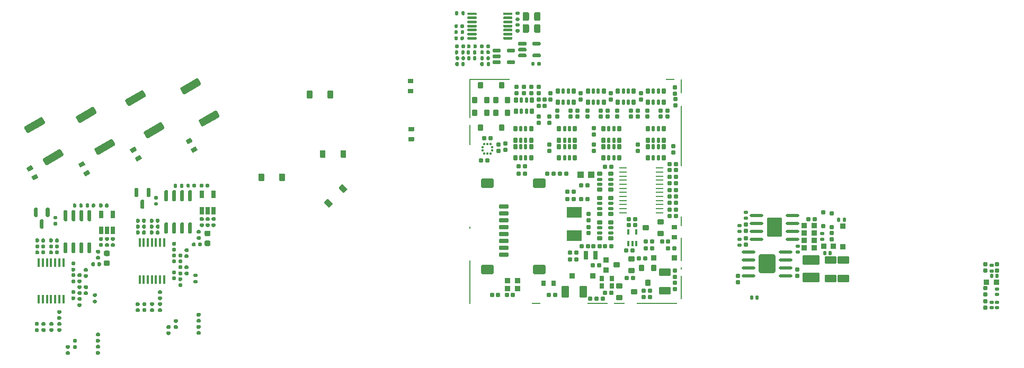
<source format=gbp>
G75*
G70*
%OFA0B0*%
%FSLAX25Y25*%
%IPPOS*%
%LPD*%
%AMOC8*
5,1,8,0,0,1.08239X$1,22.5*
%
%AMM110*
21,1,0.019680,0.019680,-0.000000,0.000000,90.000000*
21,1,0.015750,0.023620,-0.000000,0.000000,90.000000*
1,1,0.003940,0.009840,0.007870*
1,1,0.003940,0.009840,-0.007870*
1,1,0.003940,-0.009840,-0.007870*
1,1,0.003940,-0.009840,0.007870*
%
%AMM111*
21,1,0.019680,0.019680,-0.000000,0.000000,0.000000*
21,1,0.015750,0.023620,-0.000000,0.000000,0.000000*
1,1,0.003940,0.007870,-0.009840*
1,1,0.003940,-0.007870,-0.009840*
1,1,0.003940,-0.007870,0.009840*
1,1,0.003940,0.007870,0.009840*
%
%AMM126*
21,1,0.033470,0.026770,-0.000000,0.000000,0.000000*
21,1,0.026770,0.033470,-0.000000,0.000000,0.000000*
1,1,0.006690,0.013390,-0.013390*
1,1,0.006690,-0.013390,-0.013390*
1,1,0.006690,-0.013390,0.013390*
1,1,0.006690,0.013390,0.013390*
%
%AMM127*
21,1,0.023620,0.018900,-0.000000,0.000000,270.000000*
21,1,0.018900,0.023620,-0.000000,0.000000,270.000000*
1,1,0.004720,-0.009450,-0.009450*
1,1,0.004720,-0.009450,0.009450*
1,1,0.004720,0.009450,0.009450*
1,1,0.004720,0.009450,-0.009450*
%
%AMM141*
21,1,0.035830,0.026770,-0.000000,-0.000000,180.000000*
21,1,0.029130,0.033470,-0.000000,-0.000000,180.000000*
1,1,0.006690,-0.014570,0.013390*
1,1,0.006690,0.014570,0.013390*
1,1,0.006690,0.014570,-0.013390*
1,1,0.006690,-0.014570,-0.013390*
%
%AMM142*
21,1,0.070870,0.036220,-0.000000,-0.000000,270.000000*
21,1,0.061810,0.045280,-0.000000,-0.000000,270.000000*
1,1,0.009060,-0.018110,-0.030910*
1,1,0.009060,-0.018110,0.030910*
1,1,0.009060,0.018110,0.030910*
1,1,0.009060,0.018110,-0.030910*
%
%AMM143*
21,1,0.033470,0.026770,-0.000000,-0.000000,180.000000*
21,1,0.026770,0.033470,-0.000000,-0.000000,180.000000*
1,1,0.006690,-0.013390,0.013390*
1,1,0.006690,0.013390,0.013390*
1,1,0.006690,0.013390,-0.013390*
1,1,0.006690,-0.013390,-0.013390*
%
%AMM177*
21,1,0.035830,0.026770,0.000000,-0.000000,270.000000*
21,1,0.029130,0.033470,0.000000,-0.000000,270.000000*
1,1,0.006690,-0.013390,-0.014570*
1,1,0.006690,-0.013390,0.014570*
1,1,0.006690,0.013390,0.014570*
1,1,0.006690,0.013390,-0.014570*
%
%AMM178*
21,1,0.070870,0.036220,0.000000,-0.000000,0.000000*
21,1,0.061810,0.045280,0.000000,-0.000000,0.000000*
1,1,0.009060,0.030910,-0.018110*
1,1,0.009060,-0.030910,-0.018110*
1,1,0.009060,-0.030910,0.018110*
1,1,0.009060,0.030910,0.018110*
%
%AMM181*
21,1,0.023620,0.018900,0.000000,-0.000000,0.000000*
21,1,0.018900,0.023620,0.000000,-0.000000,0.000000*
1,1,0.004720,0.009450,-0.009450*
1,1,0.004720,-0.009450,-0.009450*
1,1,0.004720,-0.009450,0.009450*
1,1,0.004720,0.009450,0.009450*
%
%AMM182*
21,1,0.019680,0.019680,0.000000,-0.000000,270.000000*
21,1,0.015750,0.023620,0.000000,-0.000000,270.000000*
1,1,0.003940,-0.009840,-0.007870*
1,1,0.003940,-0.009840,0.007870*
1,1,0.003940,0.009840,0.007870*
1,1,0.003940,0.009840,-0.007870*
%
%AMM183*
21,1,0.019680,0.019680,0.000000,-0.000000,180.000000*
21,1,0.015750,0.023620,0.000000,-0.000000,180.000000*
1,1,0.003940,-0.007870,0.009840*
1,1,0.003940,0.007870,0.009840*
1,1,0.003940,0.007870,-0.009840*
1,1,0.003940,-0.007870,-0.009840*
%
%AMM197*
21,1,0.106300,0.050390,0.000000,-0.000000,0.000000*
21,1,0.093700,0.062990,0.000000,-0.000000,0.000000*
1,1,0.012600,0.046850,-0.025200*
1,1,0.012600,-0.046850,-0.025200*
1,1,0.012600,-0.046850,0.025200*
1,1,0.012600,0.046850,0.025200*
%
%AMM198*
21,1,0.033470,0.026770,0.000000,-0.000000,180.000000*
21,1,0.026770,0.033470,0.000000,-0.000000,180.000000*
1,1,0.006690,-0.013390,0.013390*
1,1,0.006690,0.013390,0.013390*
1,1,0.006690,0.013390,-0.013390*
1,1,0.006690,-0.013390,-0.013390*
%
%AMM199*
21,1,0.023620,0.018900,0.000000,-0.000000,90.000000*
21,1,0.018900,0.023620,0.000000,-0.000000,90.000000*
1,1,0.004720,0.009450,0.009450*
1,1,0.004720,0.009450,-0.009450*
1,1,0.004720,-0.009450,-0.009450*
1,1,0.004720,-0.009450,0.009450*
%
%AMM200*
21,1,0.122050,0.075590,0.000000,-0.000000,90.000000*
21,1,0.103150,0.094490,0.000000,-0.000000,90.000000*
1,1,0.018900,0.037800,0.051580*
1,1,0.018900,0.037800,-0.051580*
1,1,0.018900,-0.037800,-0.051580*
1,1,0.018900,-0.037800,0.051580*
%
%AMM201*
21,1,0.118110,0.083460,0.000000,-0.000000,270.000000*
21,1,0.097240,0.104330,0.000000,-0.000000,270.000000*
1,1,0.020870,-0.041730,-0.048620*
1,1,0.020870,-0.041730,0.048620*
1,1,0.020870,0.041730,0.048620*
1,1,0.020870,0.041730,-0.048620*
%
%AMM262*
21,1,0.025590,0.026380,-0.000000,-0.000000,90.000000*
21,1,0.020470,0.031500,-0.000000,-0.000000,90.000000*
1,1,0.005120,0.013190,0.010240*
1,1,0.005120,0.013190,-0.010240*
1,1,0.005120,-0.013190,-0.010240*
1,1,0.005120,-0.013190,0.010240*
%
%AMM263*
21,1,0.017720,0.027950,-0.000000,-0.000000,90.000000*
21,1,0.014170,0.031500,-0.000000,-0.000000,90.000000*
1,1,0.003540,0.013980,0.007090*
1,1,0.003540,0.013980,-0.007090*
1,1,0.003540,-0.013980,-0.007090*
1,1,0.003540,-0.013980,0.007090*
%
%AMM266*
21,1,0.027560,0.018900,-0.000000,-0.000000,270.000000*
21,1,0.022840,0.023620,-0.000000,-0.000000,270.000000*
1,1,0.004720,-0.009450,-0.011420*
1,1,0.004720,-0.009450,0.011420*
1,1,0.004720,0.009450,0.011420*
1,1,0.004720,0.009450,-0.011420*
%
%AMM268*
21,1,0.027560,0.018900,-0.000000,-0.000000,0.000000*
21,1,0.022840,0.023620,-0.000000,-0.000000,0.000000*
1,1,0.004720,0.011420,-0.009450*
1,1,0.004720,-0.011420,-0.009450*
1,1,0.004720,-0.011420,0.009450*
1,1,0.004720,0.011420,0.009450*
%
%AMM270*
21,1,0.035430,0.030320,-0.000000,-0.000000,90.000000*
21,1,0.028350,0.037400,-0.000000,-0.000000,90.000000*
1,1,0.007090,0.015160,0.014170*
1,1,0.007090,0.015160,-0.014170*
1,1,0.007090,-0.015160,-0.014170*
1,1,0.007090,-0.015160,0.014170*
%
%AMM273*
21,1,0.027560,0.030710,-0.000000,-0.000000,180.000000*
21,1,0.022050,0.036220,-0.000000,-0.000000,180.000000*
1,1,0.005510,-0.011020,0.015350*
1,1,0.005510,0.011020,0.015350*
1,1,0.005510,0.011020,-0.015350*
1,1,0.005510,-0.011020,-0.015350*
%
%AMM294*
21,1,0.033470,0.026770,-0.000000,-0.000000,270.000000*
21,1,0.026770,0.033470,-0.000000,-0.000000,270.000000*
1,1,0.006690,-0.013390,-0.013390*
1,1,0.006690,-0.013390,0.013390*
1,1,0.006690,0.013390,0.013390*
1,1,0.006690,0.013390,-0.013390*
%
%AMM295*
21,1,0.025590,0.026380,-0.000000,-0.000000,180.000000*
21,1,0.020470,0.031500,-0.000000,-0.000000,180.000000*
1,1,0.005120,-0.010240,0.013190*
1,1,0.005120,0.010240,0.013190*
1,1,0.005120,0.010240,-0.013190*
1,1,0.005120,-0.010240,-0.013190*
%
%AMM296*
21,1,0.017720,0.027950,-0.000000,-0.000000,180.000000*
21,1,0.014170,0.031500,-0.000000,-0.000000,180.000000*
1,1,0.003540,-0.007090,0.013980*
1,1,0.003540,0.007090,0.013980*
1,1,0.003540,0.007090,-0.013980*
1,1,0.003540,-0.007090,-0.013980*
%
%AMM297*
21,1,0.078740,0.045670,-0.000000,-0.000000,0.000000*
21,1,0.067320,0.057090,-0.000000,-0.000000,0.000000*
1,1,0.011420,0.033660,-0.022840*
1,1,0.011420,-0.033660,-0.022840*
1,1,0.011420,-0.033660,0.022840*
1,1,0.011420,0.033660,0.022840*
%
%AMM298*
21,1,0.059060,0.020470,-0.000000,-0.000000,0.000000*
21,1,0.053940,0.025590,-0.000000,-0.000000,0.000000*
1,1,0.005120,0.026970,-0.010240*
1,1,0.005120,-0.026970,-0.010240*
1,1,0.005120,-0.026970,0.010240*
1,1,0.005120,0.026970,0.010240*
%
%AMM299*
21,1,0.035430,0.030320,-0.000000,-0.000000,0.000000*
21,1,0.028350,0.037400,-0.000000,-0.000000,0.000000*
1,1,0.007090,0.014170,-0.015160*
1,1,0.007090,-0.014170,-0.015160*
1,1,0.007090,-0.014170,0.015160*
1,1,0.007090,0.014170,0.015160*
%
%AMM300*
21,1,0.012600,0.028980,-0.000000,-0.000000,0.000000*
21,1,0.010080,0.031500,-0.000000,-0.000000,0.000000*
1,1,0.002520,0.005040,-0.014490*
1,1,0.002520,-0.005040,-0.014490*
1,1,0.002520,-0.005040,0.014490*
1,1,0.002520,0.005040,0.014490*
%
%AMM301*
21,1,0.070870,0.036220,-0.000000,-0.000000,180.000000*
21,1,0.061810,0.045280,-0.000000,-0.000000,180.000000*
1,1,0.009060,-0.030910,0.018110*
1,1,0.009060,0.030910,0.018110*
1,1,0.009060,0.030910,-0.018110*
1,1,0.009060,-0.030910,-0.018110*
%
%AMM302*
21,1,0.027560,0.049610,-0.000000,-0.000000,180.000000*
21,1,0.022050,0.055120,-0.000000,-0.000000,180.000000*
1,1,0.005510,-0.011020,0.024800*
1,1,0.005510,0.011020,0.024800*
1,1,0.005510,0.011020,-0.024800*
1,1,0.005510,-0.011020,-0.024800*
%
%AMM303*
21,1,0.027560,0.030710,-0.000000,-0.000000,270.000000*
21,1,0.022050,0.036220,-0.000000,-0.000000,270.000000*
1,1,0.005510,-0.015350,-0.011020*
1,1,0.005510,-0.015350,0.011020*
1,1,0.005510,0.015350,0.011020*
1,1,0.005510,0.015350,-0.011020*
%
%ADD232R,0.01378X0.01476*%
%ADD235O,0.04961X0.00984*%
%ADD237R,0.09449X0.06693*%
%ADD238R,0.01476X0.01378*%
%ADD240R,0.03937X0.04331*%
%ADD283M110*%
%ADD284M111*%
%ADD300M126*%
%ADD301M127*%
%ADD302O,0.08661X0.01968*%
%ADD317M141*%
%ADD318M142*%
%ADD319M143*%
%ADD353M177*%
%ADD354M178*%
%ADD357M181*%
%ADD358M182*%
%ADD359M183*%
%ADD373M197*%
%ADD374M198*%
%ADD375M199*%
%ADD376M200*%
%ADD377M201*%
%ADD394R,0.01772X0.05709*%
%ADD395R,0.02559X0.04803*%
%ADD471M262*%
%ADD472M263*%
%ADD475M266*%
%ADD477M268*%
%ADD479M270*%
%ADD482M273*%
%ADD503M294*%
%ADD504M295*%
%ADD505M296*%
%ADD506M297*%
%ADD507M298*%
%ADD508M299*%
%ADD509M300*%
%ADD510M301*%
%ADD511M302*%
%ADD512M303*%
%ADD54R,0.00787X0.14567*%
%ADD55R,0.00787X0.01575*%
%ADD56R,0.00787X0.06299*%
%ADD57R,0.00787X0.38189*%
%ADD58R,0.00787X0.09055*%
%ADD59R,0.05512X0.00787*%
%ADD60R,0.25197X0.00787*%
%ADD61R,0.06693X0.00787*%
%ADD62R,0.12992X0.00787*%
%ADD63R,0.00787X0.27559*%
%ADD64R,0.00787X0.12992*%
%ADD65R,0.00787X0.24803*%
X0000000Y0000000D02*
%LPD*%
G01*
G36*
G01*
X0099494Y0186093D02*
X0089777Y0180483D01*
G75*
G02*
X0088433Y0180843I-000492J0000852D01*
G01*
X0087006Y0183315D01*
G75*
G02*
X0087366Y0184660I0000852J0000492D01*
G01*
X0097083Y0190270D01*
G75*
G02*
X0098428Y0189910I0000492J-000852D01*
G01*
X0099855Y0187438D01*
G75*
G02*
X0099494Y0186093I-000852J-000492D01*
G01*
G37*
G36*
G01*
X0087831Y0206295D02*
X0078114Y0200685D01*
G75*
G02*
X0076769Y0201045I-000492J0000852D01*
G01*
X0075342Y0203517D01*
G75*
G02*
X0075702Y0204861I0000852J0000492D01*
G01*
X0085420Y0210471D01*
G75*
G02*
X0086764Y0210111I0000492J-000852D01*
G01*
X0088191Y0207639D01*
G75*
G02*
X0087831Y0206295I-000852J-000492D01*
G01*
G37*
G36*
G01*
X0134172Y0193522D02*
X0124455Y0187912D01*
G75*
G02*
X0123111Y0188272I-000492J0000852D01*
G01*
X0121683Y0190744D01*
G75*
G02*
X0122044Y0192088I0000852J0000492D01*
G01*
X0131761Y0197699D01*
G75*
G02*
X0133105Y0197338I0000492J-000852D01*
G01*
X0134533Y0194866D01*
G75*
G02*
X0134172Y0193522I-000852J-000492D01*
G01*
G37*
G36*
G01*
X0122509Y0213724D02*
X0112792Y0208113D01*
G75*
G02*
X0111447Y0208474I-000492J0000852D01*
G01*
X0110020Y0210946D01*
G75*
G02*
X0110380Y0212290I0000852J0000492D01*
G01*
X0120098Y0217900D01*
G75*
G02*
X0121442Y0217540I0000492J-000852D01*
G01*
X0122869Y0215068D01*
G75*
G02*
X0122509Y0213724I-000852J-000492D01*
G01*
G37*
G36*
G01*
X0053101Y0157969D02*
X0050442Y0156433D01*
G75*
G02*
X0050065Y0156534I-000138J0000239D01*
G01*
X0048963Y0158444D01*
G75*
G02*
X0049064Y0158820I0000239J0000138D01*
G01*
X0051723Y0160356D01*
G75*
G02*
X0052100Y0160255I0000138J-000239D01*
G01*
X0053202Y0158345D01*
G75*
G02*
X0053101Y0157969I-000239J-000138D01*
G01*
G37*
G36*
G01*
X0049952Y0163424D02*
X0047292Y0161889D01*
G75*
G02*
X0046916Y0161990I-000138J0000239D01*
G01*
X0045813Y0163899D01*
G75*
G02*
X0045914Y0164275I0000239J0000138D01*
G01*
X0048574Y0165811D01*
G75*
G02*
X0048950Y0165710I0000138J-000239D01*
G01*
X0050053Y0163801D01*
G75*
G02*
X0049952Y0163424I-000239J-000138D01*
G01*
G37*
G36*
G01*
X0206181Y0209882D02*
X0206181Y0205866D01*
G75*
G02*
X0205827Y0205512I-000354J0000000D01*
G01*
X0202992Y0205512D01*
G75*
G02*
X0202638Y0205866I0000000J0000354D01*
G01*
X0202638Y0209882D01*
G75*
G02*
X0202992Y0210236I0000354J0000000D01*
G01*
X0205827Y0210236D01*
G75*
G02*
X0206181Y0209882I0000000J-000354D01*
G01*
G37*
G36*
G01*
X0193189Y0209882D02*
X0193189Y0205866D01*
G75*
G02*
X0192835Y0205512I-000354J0000000D01*
G01*
X0190000Y0205512D01*
G75*
G02*
X0189646Y0205866I0000000J0000354D01*
G01*
X0189646Y0209882D01*
G75*
G02*
X0190000Y0210236I0000354J0000000D01*
G01*
X0192835Y0210236D01*
G75*
G02*
X0193189Y0209882I0000000J-000354D01*
G01*
G37*
G36*
G01*
X0212154Y0151313D02*
X0214994Y0148473D01*
G75*
G02*
X0214994Y0147972I-000251J-000251D01*
G01*
X0212989Y0145968D01*
G75*
G02*
X0212488Y0145968I-000251J0000251D01*
G01*
X0209649Y0148807D01*
G75*
G02*
X0209649Y0149308I0000251J0000251D01*
G01*
X0211653Y0151313D01*
G75*
G02*
X0212154Y0151313I0000251J-000251D01*
G01*
G37*
G36*
G01*
X0202967Y0142126D02*
X0205807Y0139286D01*
G75*
G02*
X0205807Y0138785I-000251J-000251D01*
G01*
X0203803Y0136781D01*
G75*
G02*
X0203301Y0136781I-000251J0000251D01*
G01*
X0200462Y0139620D01*
G75*
G02*
X0200462Y0140122I0000251J0000251D01*
G01*
X0202466Y0142126D01*
G75*
G02*
X0202967Y0142126I0000251J-000251D01*
G01*
G37*
G36*
G01*
X0256358Y0208760D02*
X0253287Y0208760D01*
G75*
G02*
X0253012Y0209036I0000000J0000276D01*
G01*
X0253012Y0211240D01*
G75*
G02*
X0253287Y0211516I0000276J0000000D01*
G01*
X0256358Y0211516D01*
G75*
G02*
X0256634Y0211240I0000000J-000276D01*
G01*
X0256634Y0209036D01*
G75*
G02*
X0256358Y0208760I-000276J0000000D01*
G01*
G37*
G36*
G01*
X0256358Y0215059D02*
X0253287Y0215059D01*
G75*
G02*
X0253012Y0215335I0000000J0000276D01*
G01*
X0253012Y0217539D01*
G75*
G02*
X0253287Y0217815I0000276J0000000D01*
G01*
X0256358Y0217815D01*
G75*
G02*
X0256634Y0217539I0000000J-000276D01*
G01*
X0256634Y0215335D01*
G75*
G02*
X0256358Y0215059I-000276J0000000D01*
G01*
G37*
G36*
G01*
X0120621Y0172733D02*
X0117962Y0171197D01*
G75*
G02*
X0117585Y0171298I-000138J0000239D01*
G01*
X0116483Y0173207D01*
G75*
G02*
X0116584Y0173584I0000239J0000138D01*
G01*
X0119243Y0175119D01*
G75*
G02*
X0119620Y0175018I0000138J-000239D01*
G01*
X0120722Y0173109D01*
G75*
G02*
X0120621Y0172733I-000239J-000138D01*
G01*
G37*
G36*
G01*
X0117471Y0178188D02*
X0114812Y0176653D01*
G75*
G02*
X0114436Y0176753I-000138J0000239D01*
G01*
X0113333Y0178663D01*
G75*
G02*
X0113434Y0179039I0000239J0000138D01*
G01*
X0116093Y0180575D01*
G75*
G02*
X0116470Y0180474I0000138J-000239D01*
G01*
X0117572Y0178564D01*
G75*
G02*
X0117471Y0178188I-000239J-000138D01*
G01*
G37*
G36*
G01*
X0068490Y0175557D02*
X0058773Y0169947D01*
G75*
G02*
X0057429Y0170307I-000492J0000852D01*
G01*
X0056002Y0172779D01*
G75*
G02*
X0056362Y0174124I0000852J0000492D01*
G01*
X0066079Y0179734D01*
G75*
G02*
X0067424Y0179373I0000492J-000852D01*
G01*
X0068851Y0176902D01*
G75*
G02*
X0068490Y0175557I-000852J-000492D01*
G01*
G37*
G36*
G01*
X0056827Y0195759D02*
X0047110Y0190148D01*
G75*
G02*
X0045765Y0190509I-000492J0000852D01*
G01*
X0044338Y0192981D01*
G75*
G02*
X0044698Y0194325I0000852J0000492D01*
G01*
X0054416Y0199935D01*
G75*
G02*
X0055760Y0199575I0000492J-000852D01*
G01*
X0057187Y0197103D01*
G75*
G02*
X0056827Y0195759I-000852J-000492D01*
G01*
G37*
G36*
G01*
X0256752Y0178445D02*
X0253681Y0178445D01*
G75*
G02*
X0253405Y0178721I0000000J0000276D01*
G01*
X0253405Y0180925D01*
G75*
G02*
X0253681Y0181201I0000276J0000000D01*
G01*
X0256752Y0181201D01*
G75*
G02*
X0257028Y0180925I0000000J-000276D01*
G01*
X0257028Y0178721D01*
G75*
G02*
X0256752Y0178445I-000276J0000000D01*
G01*
G37*
G36*
G01*
X0256752Y0184744D02*
X0253681Y0184744D01*
G75*
G02*
X0253405Y0185020I0000000J0000276D01*
G01*
X0253405Y0187225D01*
G75*
G02*
X0253681Y0187500I0000276J0000000D01*
G01*
X0256752Y0187500D01*
G75*
G02*
X0257028Y0187225I0000000J-000276D01*
G01*
X0257028Y0185020D01*
G75*
G02*
X0256752Y0184744I-000276J0000000D01*
G01*
G37*
G36*
G01*
X0214272Y0172480D02*
X0214272Y0168465D01*
G75*
G02*
X0213917Y0168110I-000354J0000000D01*
G01*
X0211083Y0168110D01*
G75*
G02*
X0210728Y0168465I0000000J0000354D01*
G01*
X0210728Y0172480D01*
G75*
G02*
X0211083Y0172835I0000354J0000000D01*
G01*
X0213917Y0172835D01*
G75*
G02*
X0214272Y0172480I0000000J-000354D01*
G01*
G37*
G36*
G01*
X0201280Y0172480D02*
X0201280Y0168465D01*
G75*
G02*
X0200925Y0168110I-000354J0000000D01*
G01*
X0198091Y0168110D01*
G75*
G02*
X0197736Y0168465I0000000J0000354D01*
G01*
X0197736Y0172480D01*
G75*
G02*
X0198091Y0172835I0000354J0000000D01*
G01*
X0200925Y0172835D01*
G75*
G02*
X0201280Y0172480I0000000J-000354D01*
G01*
G37*
G36*
G01*
X0175669Y0157815D02*
X0175669Y0153799D01*
G75*
G02*
X0175315Y0153445I-000354J0000000D01*
G01*
X0172480Y0153445D01*
G75*
G02*
X0172126Y0153799I0000000J0000354D01*
G01*
X0172126Y0157815D01*
G75*
G02*
X0172480Y0158169I0000354J0000000D01*
G01*
X0175315Y0158169D01*
G75*
G02*
X0175669Y0157815I0000000J-000354D01*
G01*
G37*
G36*
G01*
X0162677Y0157815D02*
X0162677Y0153799D01*
G75*
G02*
X0162323Y0153445I-000354J0000000D01*
G01*
X0159488Y0153445D01*
G75*
G02*
X0159134Y0153799I0000000J0000354D01*
G01*
X0159134Y0157815D01*
G75*
G02*
X0159488Y0158169I0000354J0000000D01*
G01*
X0162323Y0158169D01*
G75*
G02*
X0162677Y0157815I0000000J-000354D01*
G01*
G37*
G36*
G01*
X0020424Y0155410D02*
X0017765Y0153874D01*
G75*
G02*
X0017388Y0153975I-000138J0000239D01*
G01*
X0016286Y0155885D01*
G75*
G02*
X0016387Y0156261I0000239J0000138D01*
G01*
X0019046Y0157797D01*
G75*
G02*
X0019423Y0157696I0000138J-000239D01*
G01*
X0020525Y0155786D01*
G75*
G02*
X0020424Y0155410I-000239J-000138D01*
G01*
G37*
G36*
G01*
X0017275Y0160865D02*
X0014615Y0159330D01*
G75*
G02*
X0014239Y0159431I-000138J0000239D01*
G01*
X0013136Y0161340D01*
G75*
G02*
X0013237Y0161716I0000239J0000138D01*
G01*
X0015897Y0163252D01*
G75*
G02*
X0016273Y0163151I0000138J-000239D01*
G01*
X0017375Y0161242D01*
G75*
G02*
X0017275Y0160865I-000239J-000138D01*
G01*
G37*
G36*
G01*
X0035978Y0169113D02*
X0026261Y0163502D01*
G75*
G02*
X0024916Y0163863I-000492J0000852D01*
G01*
X0023489Y0166334D01*
G75*
G02*
X0023849Y0167679I0000852J0000492D01*
G01*
X0033567Y0173289D01*
G75*
G02*
X0034911Y0172929I0000492J-000852D01*
G01*
X0036338Y0170457D01*
G75*
G02*
X0035978Y0169113I-000852J-000492D01*
G01*
G37*
G36*
G01*
X0024315Y0189314D02*
X0014597Y0183704D01*
G75*
G02*
X0013253Y0184064I-000492J0000852D01*
G01*
X0011826Y0186536D01*
G75*
G02*
X0012186Y0187881I0000852J0000492D01*
G01*
X0021903Y0193491D01*
G75*
G02*
X0023248Y0193131I0000492J-000852D01*
G01*
X0024675Y0190659D01*
G75*
G02*
X0024315Y0189314I-000852J-000492D01*
G01*
G37*
G36*
G01*
X0085582Y0167221D02*
X0082922Y0165685D01*
G75*
G02*
X0082546Y0165786I-000138J0000239D01*
G01*
X0081443Y0167696D01*
G75*
G02*
X0081544Y0168072I0000239J0000138D01*
G01*
X0084204Y0169608D01*
G75*
G02*
X0084580Y0169507I0000138J-000239D01*
G01*
X0085683Y0167597D01*
G75*
G02*
X0085582Y0167221I-000239J-000138D01*
G01*
G37*
G36*
G01*
X0082432Y0172676D02*
X0079773Y0171141D01*
G75*
G02*
X0079396Y0171242I-000138J0000239D01*
G01*
X0078294Y0173151D01*
G75*
G02*
X0078395Y0173527I0000239J0000138D01*
G01*
X0081054Y0175063D01*
G75*
G02*
X0081431Y0174962I0000138J-000239D01*
G01*
X0082533Y0173053D01*
G75*
G02*
X0082432Y0172676I-000239J-000138D01*
G01*
G37*
X0450492Y0141929D02*
G01*
G75*
D353*
X0526870Y0112014D02*
D03*
X0526870Y0125006D02*
D03*
D354*
X0527264Y0092154D02*
D03*
X0527264Y0103571D02*
D03*
X0519232Y0092154D02*
D03*
X0519232Y0103571D02*
D03*
D357*
X0505216Y0129527D02*
D03*
X0509153Y0129527D02*
D03*
X0519783Y0132874D02*
D03*
X0519783Y0124212D02*
D03*
X0514535Y0133661D02*
D03*
X0514535Y0125000D02*
D03*
D358*
X0461909Y0121774D02*
D03*
X0461909Y0125318D02*
D03*
X0498642Y0112383D02*
D03*
X0498642Y0108839D02*
D03*
X0513747Y0120380D02*
D03*
X0513747Y0116837D02*
D03*
X0461909Y0113156D02*
D03*
X0461909Y0116699D02*
D03*
X0465846Y0133661D02*
D03*
X0465846Y0130118D02*
D03*
D359*
X0515322Y0108176D02*
D03*
X0518866Y0108176D02*
D03*
X0527724Y0128943D02*
D03*
X0524180Y0128943D02*
D03*
X0469407Y0080179D02*
D03*
X0472951Y0080179D02*
D03*
D373*
X0506791Y0092716D02*
D03*
X0506791Y0103740D02*
D03*
D374*
X0502468Y0125394D02*
D03*
X0508688Y0125394D02*
D03*
X0502468Y0111300D02*
D03*
X0508688Y0111300D02*
D03*
X0502468Y0115991D02*
D03*
X0508688Y0115991D02*
D03*
X0502468Y0120683D02*
D03*
X0508688Y0120683D02*
D03*
X0514712Y0112481D02*
D03*
X0520933Y0112481D02*
D03*
D375*
X0465846Y0121971D02*
D03*
X0465846Y0125908D02*
D03*
X0465846Y0117290D02*
D03*
X0465846Y0113353D02*
D03*
X0519783Y0120577D02*
D03*
X0519783Y0116640D02*
D03*
X0498169Y0097644D02*
D03*
X0498169Y0093707D02*
D03*
X0460728Y0089868D02*
D03*
X0460728Y0093806D02*
D03*
D302*
X0472606Y0116857D02*
D03*
X0472606Y0121857D02*
D03*
X0472606Y0126857D02*
D03*
X0472606Y0131857D02*
D03*
X0495243Y0116857D02*
D03*
X0495243Y0121857D02*
D03*
X0495243Y0126857D02*
D03*
X0495243Y0131857D02*
D03*
X0467323Y0093790D02*
D03*
X0467323Y0098790D02*
D03*
X0467323Y0103790D02*
D03*
X0467323Y0108790D02*
D03*
X0490748Y0093790D02*
D03*
X0490748Y0098790D02*
D03*
X0490748Y0103790D02*
D03*
X0490748Y0108790D02*
D03*
D376*
X0483924Y0124357D02*
D03*
D377*
X0479035Y0101290D02*
D03*
X0626673Y0069094D02*
G01*
G75*
D301*
X0616437Y0097047D02*
D03*
X0616437Y0100984D02*
D03*
X0616437Y0085924D02*
D03*
X0616437Y0081987D02*
D03*
X0616437Y0077558D02*
D03*
X0616437Y0073621D02*
D03*
X0623720Y0097047D02*
D03*
X0623720Y0100984D02*
D03*
D284*
X0623917Y0093662D02*
D03*
X0620374Y0093662D02*
D03*
D300*
X0617204Y0089777D02*
D03*
X0623425Y0089777D02*
D03*
D283*
X0620374Y0077165D02*
D03*
X0620374Y0073622D02*
D03*
X0623917Y0085531D02*
D03*
X0623917Y0081988D02*
D03*
X0620316Y0100393D02*
D03*
X0620316Y0096850D02*
D03*
X0623917Y0073622D02*
D03*
X0623917Y0077165D02*
D03*
X0339469Y0262402D02*
%LPD*%
G01*
G36*
G01*
X0322540Y0231808D02*
X0322540Y0232989D01*
G75*
G02*
X0323130Y0233580I0000591J0000000D01*
G01*
X0327166Y0233580D01*
G75*
G02*
X0327756Y0232989I0000000J-000591D01*
G01*
X0327756Y0231808D01*
G75*
G02*
X0327166Y0231218I-000591J0000000D01*
G01*
X0323130Y0231218D01*
G75*
G02*
X0322540Y0231808I0000000J0000591D01*
G01*
G37*
G36*
G01*
X0322540Y0235549D02*
X0322540Y0236730D01*
G75*
G02*
X0323130Y0237320I0000591J0000000D01*
G01*
X0327166Y0237320D01*
G75*
G02*
X0327756Y0236730I0000000J-000591D01*
G01*
X0327756Y0235549D01*
G75*
G02*
X0327166Y0234958I-000591J0000000D01*
G01*
X0323130Y0234958D01*
G75*
G02*
X0322540Y0235549I0000000J0000591D01*
G01*
G37*
G36*
G01*
X0322540Y0239289D02*
X0322540Y0240470D01*
G75*
G02*
X0323130Y0241060I0000591J0000000D01*
G01*
X0327166Y0241060D01*
G75*
G02*
X0327756Y0240470I0000000J-000591D01*
G01*
X0327756Y0239289D01*
G75*
G02*
X0327166Y0238698I-000591J0000000D01*
G01*
X0323130Y0238698D01*
G75*
G02*
X0322540Y0239289I0000000J0000591D01*
G01*
G37*
G36*
G01*
X0331497Y0239289D02*
X0331497Y0240470D01*
G75*
G02*
X0332087Y0241060I0000591J0000000D01*
G01*
X0336123Y0241060D01*
G75*
G02*
X0336713Y0240470I0000000J-000591D01*
G01*
X0336713Y0239289D01*
G75*
G02*
X0336123Y0238698I-000591J0000000D01*
G01*
X0332087Y0238698D01*
G75*
G02*
X0331497Y0239289I0000000J0000591D01*
G01*
G37*
G36*
G01*
X0331497Y0231808D02*
X0331497Y0232989D01*
G75*
G02*
X0332087Y0233580I0000591J0000000D01*
G01*
X0336123Y0233580D01*
G75*
G02*
X0336713Y0232989I0000000J-000591D01*
G01*
X0336713Y0231808D01*
G75*
G02*
X0336123Y0231218I-000591J0000000D01*
G01*
X0332087Y0231218D01*
G75*
G02*
X0331497Y0231808I0000000J0000591D01*
G01*
G37*
G36*
G01*
X0322815Y0254095D02*
X0321477Y0254095D01*
G75*
G02*
X0320926Y0254646I0000000J0000551D01*
G01*
X0320926Y0255748D01*
G75*
G02*
X0321477Y0256300I0000551J0000000D01*
G01*
X0322815Y0256300D01*
G75*
G02*
X0323367Y0255748I0000000J-000551D01*
G01*
X0323367Y0254646D01*
G75*
G02*
X0322815Y0254095I-000551J0000000D01*
G01*
G37*
G36*
G01*
X0322815Y0257874D02*
X0321477Y0257874D01*
G75*
G02*
X0320926Y0258426I0000000J0000551D01*
G01*
X0320926Y0259528D01*
G75*
G02*
X0321477Y0260079I0000551J0000000D01*
G01*
X0322815Y0260079D01*
G75*
G02*
X0323367Y0259528I0000000J-000551D01*
G01*
X0323367Y0258426D01*
G75*
G02*
X0322815Y0257874I-000551J0000000D01*
G01*
G37*
G36*
G01*
X0296300Y0231378D02*
X0296300Y0230040D01*
G75*
G02*
X0295749Y0229489I-000551J0000000D01*
G01*
X0294646Y0229489D01*
G75*
G02*
X0294095Y0230040I0000000J0000551D01*
G01*
X0294095Y0231378D01*
G75*
G02*
X0294646Y0231930I0000551J0000000D01*
G01*
X0295749Y0231930D01*
G75*
G02*
X0296300Y0231378I0000000J-000551D01*
G01*
G37*
G36*
G01*
X0292520Y0231378D02*
X0292520Y0230040D01*
G75*
G02*
X0291969Y0229489I-000551J0000000D01*
G01*
X0290867Y0229489D01*
G75*
G02*
X0290315Y0230040I0000000J0000551D01*
G01*
X0290315Y0231378D01*
G75*
G02*
X0290867Y0231930I0000551J0000000D01*
G01*
X0291969Y0231930D01*
G75*
G02*
X0292520Y0231378I0000000J-000551D01*
G01*
G37*
G36*
G01*
X0282953Y0226378D02*
X0282953Y0227717D01*
G75*
G02*
X0283504Y0228268I0000551J0000000D01*
G01*
X0284607Y0228268D01*
G75*
G02*
X0285158Y0227717I0000000J-000551D01*
G01*
X0285158Y0226378D01*
G75*
G02*
X0284607Y0225827I-000551J0000000D01*
G01*
X0283504Y0225827D01*
G75*
G02*
X0282953Y0226378I0000000J0000551D01*
G01*
G37*
G36*
G01*
X0286733Y0226378D02*
X0286733Y0227717D01*
G75*
G02*
X0287284Y0228268I0000551J0000000D01*
G01*
X0288386Y0228268D01*
G75*
G02*
X0288938Y0227717I0000000J-000551D01*
G01*
X0288938Y0226378D01*
G75*
G02*
X0288386Y0225827I-000551J0000000D01*
G01*
X0287284Y0225827D01*
G75*
G02*
X0286733Y0226378I0000000J0000551D01*
G01*
G37*
G36*
G01*
X0304705Y0235119D02*
X0304705Y0233780D01*
G75*
G02*
X0304154Y0233229I-000551J0000000D01*
G01*
X0303052Y0233229D01*
G75*
G02*
X0302500Y0233780I0000000J0000551D01*
G01*
X0302500Y0235119D01*
G75*
G02*
X0303052Y0235670I0000551J0000000D01*
G01*
X0304154Y0235670D01*
G75*
G02*
X0304705Y0235119I0000000J-000551D01*
G01*
G37*
G36*
G01*
X0300926Y0235119D02*
X0300926Y0233780D01*
G75*
G02*
X0300375Y0233229I-000551J0000000D01*
G01*
X0299272Y0233229D01*
G75*
G02*
X0298721Y0233780I0000000J0000551D01*
G01*
X0298721Y0235119D01*
G75*
G02*
X0299272Y0235670I0000551J0000000D01*
G01*
X0300375Y0235670D01*
G75*
G02*
X0300926Y0235119I0000000J-000551D01*
G01*
G37*
G36*
G01*
X0283150Y0230040D02*
X0283150Y0231378D01*
G75*
G02*
X0283701Y0231930I0000551J0000000D01*
G01*
X0284804Y0231930D01*
G75*
G02*
X0285355Y0231378I0000000J-000551D01*
G01*
X0285355Y0230040D01*
G75*
G02*
X0284804Y0229489I-000551J0000000D01*
G01*
X0283701Y0229489D01*
G75*
G02*
X0283150Y0230040I0000000J0000551D01*
G01*
G37*
G36*
G01*
X0286930Y0230040D02*
X0286930Y0231378D01*
G75*
G02*
X0287481Y0231930I0000551J0000000D01*
G01*
X0288583Y0231930D01*
G75*
G02*
X0289134Y0231378I0000000J-000551D01*
G01*
X0289134Y0230040D01*
G75*
G02*
X0288583Y0229489I-000551J0000000D01*
G01*
X0287481Y0229489D01*
G75*
G02*
X0286930Y0230040I0000000J0000551D01*
G01*
G37*
G36*
G01*
X0288426Y0251556D02*
X0288426Y0250217D01*
G75*
G02*
X0287875Y0249666I-000551J0000000D01*
G01*
X0286772Y0249666D01*
G75*
G02*
X0286221Y0250217I0000000J0000551D01*
G01*
X0286221Y0251556D01*
G75*
G02*
X0286772Y0252107I0000551J0000000D01*
G01*
X0287875Y0252107D01*
G75*
G02*
X0288426Y0251556I0000000J-000551D01*
G01*
G37*
G36*
G01*
X0284646Y0251556D02*
X0284646Y0250217D01*
G75*
G02*
X0284095Y0249666I-000551J0000000D01*
G01*
X0282993Y0249666D01*
G75*
G02*
X0282441Y0250217I0000000J0000551D01*
G01*
X0282441Y0251556D01*
G75*
G02*
X0282993Y0252107I0000551J0000000D01*
G01*
X0284095Y0252107D01*
G75*
G02*
X0284646Y0251556I0000000J-000551D01*
G01*
G37*
G36*
G01*
X0318935Y0259056D02*
X0318935Y0258268D01*
G75*
G02*
X0318541Y0257874I-000394J0000000D01*
G01*
X0313521Y0257874D01*
G75*
G02*
X0313128Y0258268I0000000J0000394D01*
G01*
X0313128Y0259056D01*
G75*
G02*
X0313521Y0259449I0000394J0000000D01*
G01*
X0318541Y0259449D01*
G75*
G02*
X0318935Y0259056I0000000J-000394D01*
G01*
G37*
G36*
G01*
X0318935Y0256496D02*
X0318935Y0255709D01*
G75*
G02*
X0318541Y0255315I-000394J0000000D01*
G01*
X0313521Y0255315D01*
G75*
G02*
X0313128Y0255709I0000000J0000394D01*
G01*
X0313128Y0256496D01*
G75*
G02*
X0313521Y0256890I0000394J0000000D01*
G01*
X0318541Y0256890D01*
G75*
G02*
X0318935Y0256496I0000000J-000394D01*
G01*
G37*
G36*
G01*
X0318935Y0253937D02*
X0318935Y0253150D01*
G75*
G02*
X0318541Y0252756I-000394J0000000D01*
G01*
X0313521Y0252756D01*
G75*
G02*
X0313128Y0253150I0000000J0000394D01*
G01*
X0313128Y0253937D01*
G75*
G02*
X0313521Y0254331I0000394J0000000D01*
G01*
X0318541Y0254331D01*
G75*
G02*
X0318935Y0253937I0000000J-000394D01*
G01*
G37*
G36*
G01*
X0318935Y0251378D02*
X0318935Y0250591D01*
G75*
G02*
X0318541Y0250197I-000394J0000000D01*
G01*
X0313521Y0250197D01*
G75*
G02*
X0313128Y0250591I0000000J0000394D01*
G01*
X0313128Y0251378D01*
G75*
G02*
X0313521Y0251772I0000394J0000000D01*
G01*
X0318541Y0251772D01*
G75*
G02*
X0318935Y0251378I0000000J-000394D01*
G01*
G37*
G36*
G01*
X0318935Y0248819D02*
X0318935Y0248032D01*
G75*
G02*
X0318541Y0247638I-000394J0000000D01*
G01*
X0313521Y0247638D01*
G75*
G02*
X0313128Y0248032I0000000J0000394D01*
G01*
X0313128Y0248819D01*
G75*
G02*
X0313521Y0249213I0000394J0000000D01*
G01*
X0318541Y0249213D01*
G75*
G02*
X0318935Y0248819I0000000J-000394D01*
G01*
G37*
G36*
G01*
X0318935Y0246260D02*
X0318935Y0245473D01*
G75*
G02*
X0318541Y0245079I-000394J0000000D01*
G01*
X0313521Y0245079D01*
G75*
G02*
X0313128Y0245473I0000000J0000394D01*
G01*
X0313128Y0246260D01*
G75*
G02*
X0313521Y0246654I0000394J0000000D01*
G01*
X0318541Y0246654D01*
G75*
G02*
X0318935Y0246260I0000000J-000394D01*
G01*
G37*
G36*
G01*
X0318935Y0243701D02*
X0318935Y0242914D01*
G75*
G02*
X0318541Y0242520I-000394J0000000D01*
G01*
X0313521Y0242520D01*
G75*
G02*
X0313128Y0242914I0000000J0000394D01*
G01*
X0313128Y0243701D01*
G75*
G02*
X0313521Y0244095I0000394J0000000D01*
G01*
X0318541Y0244095D01*
G75*
G02*
X0318935Y0243701I0000000J-000394D01*
G01*
G37*
G36*
G01*
X0296395Y0243701D02*
X0296395Y0242914D01*
G75*
G02*
X0296002Y0242520I-000394J0000000D01*
G01*
X0290982Y0242520D01*
G75*
G02*
X0290588Y0242914I0000000J0000394D01*
G01*
X0290588Y0243701D01*
G75*
G02*
X0290982Y0244095I0000394J0000000D01*
G01*
X0296002Y0244095D01*
G75*
G02*
X0296395Y0243701I0000000J-000394D01*
G01*
G37*
G36*
G01*
X0296395Y0246260D02*
X0296395Y0245473D01*
G75*
G02*
X0296002Y0245079I-000394J0000000D01*
G01*
X0290982Y0245079D01*
G75*
G02*
X0290588Y0245473I0000000J0000394D01*
G01*
X0290588Y0246260D01*
G75*
G02*
X0290982Y0246654I0000394J0000000D01*
G01*
X0296002Y0246654D01*
G75*
G02*
X0296395Y0246260I0000000J-000394D01*
G01*
G37*
G36*
G01*
X0296395Y0248819D02*
X0296395Y0248032D01*
G75*
G02*
X0296002Y0247638I-000394J0000000D01*
G01*
X0290982Y0247638D01*
G75*
G02*
X0290588Y0248032I0000000J0000394D01*
G01*
X0290588Y0248819D01*
G75*
G02*
X0290982Y0249213I0000394J0000000D01*
G01*
X0296002Y0249213D01*
G75*
G02*
X0296395Y0248819I0000000J-000394D01*
G01*
G37*
G36*
G01*
X0296395Y0251378D02*
X0296395Y0250591D01*
G75*
G02*
X0296002Y0250197I-000394J0000000D01*
G01*
X0290982Y0250197D01*
G75*
G02*
X0290588Y0250591I0000000J0000394D01*
G01*
X0290588Y0251378D01*
G75*
G02*
X0290982Y0251772I0000394J0000000D01*
G01*
X0296002Y0251772D01*
G75*
G02*
X0296395Y0251378I0000000J-000394D01*
G01*
G37*
G36*
G01*
X0296395Y0253937D02*
X0296395Y0253150D01*
G75*
G02*
X0296002Y0252756I-000394J0000000D01*
G01*
X0290982Y0252756D01*
G75*
G02*
X0290588Y0253150I0000000J0000394D01*
G01*
X0290588Y0253937D01*
G75*
G02*
X0290982Y0254331I0000394J0000000D01*
G01*
X0296002Y0254331D01*
G75*
G02*
X0296395Y0253937I0000000J-000394D01*
G01*
G37*
G36*
G01*
X0296395Y0256496D02*
X0296395Y0255709D01*
G75*
G02*
X0296002Y0255315I-000394J0000000D01*
G01*
X0290982Y0255315D01*
G75*
G02*
X0290588Y0255709I0000000J0000394D01*
G01*
X0290588Y0256496D01*
G75*
G02*
X0290982Y0256890I0000394J0000000D01*
G01*
X0296002Y0256890D01*
G75*
G02*
X0296395Y0256496I0000000J-000394D01*
G01*
G37*
G36*
G01*
X0296395Y0259056D02*
X0296395Y0258268D01*
G75*
G02*
X0296002Y0257874I-000394J0000000D01*
G01*
X0290982Y0257874D01*
G75*
G02*
X0290588Y0258268I0000000J0000394D01*
G01*
X0290588Y0259056D01*
G75*
G02*
X0290982Y0259449I0000394J0000000D01*
G01*
X0296002Y0259449D01*
G75*
G02*
X0296395Y0259056I0000000J-000394D01*
G01*
G37*
G36*
G01*
X0336578Y0251185D02*
X0336578Y0247642D01*
G75*
G02*
X0335594Y0246658I-000984J0000000D01*
G01*
X0333527Y0246658D01*
G75*
G02*
X0332543Y0247642I0000000J0000984D01*
G01*
X0332543Y0251185D01*
G75*
G02*
X0333527Y0252170I0000984J0000000D01*
G01*
X0335594Y0252170D01*
G75*
G02*
X0336578Y0251185I0000000J-000984D01*
G01*
G37*
G36*
G01*
X0329393Y0251185D02*
X0329393Y0247642D01*
G75*
G02*
X0328409Y0246658I-000984J0000000D01*
G01*
X0326342Y0246658D01*
G75*
G02*
X0325358Y0247642I0000000J0000984D01*
G01*
X0325358Y0251185D01*
G75*
G02*
X0326342Y0252170I0000984J0000000D01*
G01*
X0328409Y0252170D01*
G75*
G02*
X0329393Y0251185I0000000J-000984D01*
G01*
G37*
G36*
G01*
X0290335Y0237461D02*
X0290335Y0238918D01*
G75*
G02*
X0290867Y0239449I0000531J0000000D01*
G01*
X0291930Y0239449D01*
G75*
G02*
X0292461Y0238918I0000000J-000531D01*
G01*
X0292461Y0237461D01*
G75*
G02*
X0291930Y0236930I-000531J0000000D01*
G01*
X0290867Y0236930D01*
G75*
G02*
X0290335Y0237461I0000000J0000531D01*
G01*
G37*
G36*
G01*
X0294351Y0237461D02*
X0294351Y0238918D01*
G75*
G02*
X0294882Y0239449I0000531J0000000D01*
G01*
X0295945Y0239449D01*
G75*
G02*
X0296477Y0238918I0000000J-000531D01*
G01*
X0296477Y0237461D01*
G75*
G02*
X0295945Y0236930I-000531J0000000D01*
G01*
X0294882Y0236930D01*
G75*
G02*
X0294351Y0237461I0000000J0000531D01*
G01*
G37*
G36*
G01*
X0330768Y0226536D02*
X0330768Y0227874D01*
G75*
G02*
X0331319Y0228426I0000551J0000000D01*
G01*
X0332422Y0228426D01*
G75*
G02*
X0332973Y0227874I0000000J-000551D01*
G01*
X0332973Y0226536D01*
G75*
G02*
X0332422Y0225985I-000551J0000000D01*
G01*
X0331319Y0225985D01*
G75*
G02*
X0330768Y0226536I0000000J0000551D01*
G01*
G37*
G36*
G01*
X0334548Y0226536D02*
X0334548Y0227874D01*
G75*
G02*
X0335099Y0228426I0000551J0000000D01*
G01*
X0336201Y0228426D01*
G75*
G02*
X0336752Y0227874I0000000J-000551D01*
G01*
X0336752Y0226536D01*
G75*
G02*
X0336201Y0225985I-000551J0000000D01*
G01*
X0335099Y0225985D01*
G75*
G02*
X0334548Y0226536I0000000J0000551D01*
G01*
G37*
G36*
G01*
X0282658Y0233721D02*
X0282658Y0235178D01*
G75*
G02*
X0283189Y0235709I0000531J0000000D01*
G01*
X0284252Y0235709D01*
G75*
G02*
X0284784Y0235178I0000000J-000531D01*
G01*
X0284784Y0233721D01*
G75*
G02*
X0284252Y0233189I-000531J0000000D01*
G01*
X0283189Y0233189D01*
G75*
G02*
X0282658Y0233721I0000000J0000531D01*
G01*
G37*
G36*
G01*
X0286674Y0233721D02*
X0286674Y0235178D01*
G75*
G02*
X0287205Y0235709I0000531J0000000D01*
G01*
X0288268Y0235709D01*
G75*
G02*
X0288800Y0235178I0000000J-000531D01*
G01*
X0288800Y0233721D01*
G75*
G02*
X0288268Y0233189I-000531J0000000D01*
G01*
X0287205Y0233189D01*
G75*
G02*
X0286674Y0233721I0000000J0000531D01*
G01*
G37*
G36*
G01*
X0298591Y0237461D02*
X0298591Y0238917D01*
G75*
G02*
X0299123Y0239449I0000531J0000000D01*
G01*
X0300186Y0239449D01*
G75*
G02*
X0300717Y0238917I0000000J-000531D01*
G01*
X0300717Y0237461D01*
G75*
G02*
X0300186Y0236929I-000531J0000000D01*
G01*
X0299123Y0236929D01*
G75*
G02*
X0298591Y0237461I0000000J0000531D01*
G01*
G37*
G36*
G01*
X0302607Y0237461D02*
X0302607Y0238917D01*
G75*
G02*
X0303139Y0239449I0000531J0000000D01*
G01*
X0304202Y0239449D01*
G75*
G02*
X0304733Y0238917I0000000J-000531D01*
G01*
X0304733Y0237461D01*
G75*
G02*
X0304202Y0236929I-000531J0000000D01*
G01*
X0303139Y0236929D01*
G75*
G02*
X0302607Y0237461I0000000J0000531D01*
G01*
G37*
G36*
G01*
X0325358Y0255217D02*
X0325358Y0258760D01*
G75*
G02*
X0326342Y0259745I0000984J0000000D01*
G01*
X0328409Y0259745D01*
G75*
G02*
X0329393Y0258760I0000000J-000984D01*
G01*
X0329393Y0255217D01*
G75*
G02*
X0328409Y0254233I-000984J0000000D01*
G01*
X0326342Y0254233D01*
G75*
G02*
X0325358Y0255217I0000000J0000984D01*
G01*
G37*
G36*
G01*
X0332543Y0255217D02*
X0332543Y0258760D01*
G75*
G02*
X0333527Y0259745I0000984J0000000D01*
G01*
X0335594Y0259745D01*
G75*
G02*
X0336578Y0258760I0000000J-000984D01*
G01*
X0336578Y0255217D01*
G75*
G02*
X0335594Y0254233I-000984J0000000D01*
G01*
X0333527Y0254233D01*
G75*
G02*
X0332543Y0255217I0000000J0000984D01*
G01*
G37*
G36*
G01*
X0298642Y0226319D02*
X0298642Y0227776D01*
G75*
G02*
X0299174Y0228308I0000531J0000000D01*
G01*
X0300237Y0228308D01*
G75*
G02*
X0300768Y0227776I0000000J-000531D01*
G01*
X0300768Y0226319D01*
G75*
G02*
X0300237Y0225788I-000531J0000000D01*
G01*
X0299174Y0225788D01*
G75*
G02*
X0298642Y0226319I0000000J0000531D01*
G01*
G37*
G36*
G01*
X0302658Y0226319D02*
X0302658Y0227776D01*
G75*
G02*
X0303189Y0228308I0000531J0000000D01*
G01*
X0304252Y0228308D01*
G75*
G02*
X0304784Y0227776I0000000J-000531D01*
G01*
X0304784Y0226319D01*
G75*
G02*
X0304252Y0225788I-000531J0000000D01*
G01*
X0303189Y0225788D01*
G75*
G02*
X0302658Y0226319I0000000J0000531D01*
G01*
G37*
G36*
G01*
X0288957Y0259823D02*
X0288957Y0258367D01*
G75*
G02*
X0288426Y0257835I-000531J0000000D01*
G01*
X0287363Y0257835D01*
G75*
G02*
X0286831Y0258367I0000000J0000531D01*
G01*
X0286831Y0259823D01*
G75*
G02*
X0287363Y0260355I0000531J0000000D01*
G01*
X0288426Y0260355D01*
G75*
G02*
X0288957Y0259823I0000000J-000531D01*
G01*
G37*
G36*
G01*
X0284941Y0259823D02*
X0284941Y0258367D01*
G75*
G02*
X0284410Y0257835I-000531J0000000D01*
G01*
X0283347Y0257835D01*
G75*
G02*
X0282815Y0258367I0000000J0000531D01*
G01*
X0282815Y0259823D01*
G75*
G02*
X0283347Y0260355I0000531J0000000D01*
G01*
X0284410Y0260355D01*
G75*
G02*
X0284941Y0259823I0000000J-000531D01*
G01*
G37*
G36*
G01*
X0288504Y0247874D02*
X0288504Y0246418D01*
G75*
G02*
X0287973Y0245886I-000531J0000000D01*
G01*
X0286910Y0245886D01*
G75*
G02*
X0286378Y0246418I0000000J0000531D01*
G01*
X0286378Y0247874D01*
G75*
G02*
X0286910Y0248406I0000531J0000000D01*
G01*
X0287973Y0248406D01*
G75*
G02*
X0288504Y0247874I0000000J-000531D01*
G01*
G37*
G36*
G01*
X0284489Y0247874D02*
X0284489Y0246418D01*
G75*
G02*
X0283957Y0245886I-000531J0000000D01*
G01*
X0282894Y0245886D01*
G75*
G02*
X0282363Y0246418I0000000J0000531D01*
G01*
X0282363Y0247874D01*
G75*
G02*
X0282894Y0248406I0000531J0000000D01*
G01*
X0283957Y0248406D01*
G75*
G02*
X0284489Y0247874I0000000J-000531D01*
G01*
G37*
G36*
G01*
X0290040Y0233721D02*
X0290040Y0235178D01*
G75*
G02*
X0290571Y0235709I0000531J0000000D01*
G01*
X0291634Y0235709D01*
G75*
G02*
X0292166Y0235178I0000000J-000531D01*
G01*
X0292166Y0233721D01*
G75*
G02*
X0291634Y0233189I-000531J0000000D01*
G01*
X0290571Y0233189D01*
G75*
G02*
X0290040Y0233721I0000000J0000531D01*
G01*
G37*
G36*
G01*
X0294056Y0233721D02*
X0294056Y0235178D01*
G75*
G02*
X0294587Y0235709I0000531J0000000D01*
G01*
X0295650Y0235709D01*
G75*
G02*
X0296182Y0235178I0000000J-000531D01*
G01*
X0296182Y0233721D01*
G75*
G02*
X0295650Y0233189I-000531J0000000D01*
G01*
X0294587Y0233189D01*
G75*
G02*
X0294056Y0233721I0000000J0000531D01*
G01*
G37*
G36*
G01*
X0282343Y0242638D02*
X0282343Y0243977D01*
G75*
G02*
X0282894Y0244528I0000551J0000000D01*
G01*
X0283997Y0244528D01*
G75*
G02*
X0284548Y0243977I0000000J-000551D01*
G01*
X0284548Y0242638D01*
G75*
G02*
X0283997Y0242087I-000551J0000000D01*
G01*
X0282894Y0242087D01*
G75*
G02*
X0282343Y0242638I0000000J0000551D01*
G01*
G37*
G36*
G01*
X0286123Y0242638D02*
X0286123Y0243977D01*
G75*
G02*
X0286674Y0244528I0000551J0000000D01*
G01*
X0287776Y0244528D01*
G75*
G02*
X0288327Y0243977I0000000J-000551D01*
G01*
X0288327Y0242638D01*
G75*
G02*
X0287776Y0242087I-000551J0000000D01*
G01*
X0286674Y0242087D01*
G75*
G02*
X0286123Y0242638I0000000J0000551D01*
G01*
G37*
G36*
G01*
X0321491Y0252853D02*
X0322829Y0252853D01*
G75*
G02*
X0323381Y0252302I0000000J-000551D01*
G01*
X0323381Y0251200D01*
G75*
G02*
X0322829Y0250648I-000551J0000000D01*
G01*
X0321491Y0250648D01*
G75*
G02*
X0320940Y0251200I0000000J0000551D01*
G01*
X0320940Y0252302D01*
G75*
G02*
X0321491Y0252853I0000551J0000000D01*
G01*
G37*
G36*
G01*
X0321491Y0249074D02*
X0322829Y0249074D01*
G75*
G02*
X0323381Y0248523I0000000J-000551D01*
G01*
X0323381Y0247420D01*
G75*
G02*
X0322829Y0246869I-000551J0000000D01*
G01*
X0321491Y0246869D01*
G75*
G02*
X0320940Y0247420I0000000J0000551D01*
G01*
X0320940Y0248523D01*
G75*
G02*
X0321491Y0249074I0000551J0000000D01*
G01*
G37*
G36*
G01*
X0288997Y0238918D02*
X0288997Y0237461D01*
G75*
G02*
X0288465Y0236930I-000531J0000000D01*
G01*
X0287402Y0236930D01*
G75*
G02*
X0286871Y0237461I0000000J0000531D01*
G01*
X0286871Y0238918D01*
G75*
G02*
X0287402Y0239449I0000531J0000000D01*
G01*
X0288465Y0239449D01*
G75*
G02*
X0288997Y0238918I0000000J-000531D01*
G01*
G37*
G36*
G01*
X0284981Y0238918D02*
X0284981Y0237461D01*
G75*
G02*
X0284449Y0236930I-000531J0000000D01*
G01*
X0283386Y0236930D01*
G75*
G02*
X0282855Y0237461I0000000J0000531D01*
G01*
X0282855Y0238918D01*
G75*
G02*
X0283386Y0239449I0000531J0000000D01*
G01*
X0284449Y0239449D01*
G75*
G02*
X0284981Y0238918I0000000J-000531D01*
G01*
G37*
G36*
G01*
X0306398Y0227559D02*
X0306398Y0228741D01*
G75*
G02*
X0306989Y0229331I0000591J0000000D01*
G01*
X0311024Y0229331D01*
G75*
G02*
X0311615Y0228741I0000000J-000591D01*
G01*
X0311615Y0227559D01*
G75*
G02*
X0311024Y0226969I-000591J0000000D01*
G01*
X0306989Y0226969D01*
G75*
G02*
X0306398Y0227559I0000000J0000591D01*
G01*
G37*
G36*
G01*
X0306398Y0231300D02*
X0306398Y0232481D01*
G75*
G02*
X0306989Y0233071I0000591J0000000D01*
G01*
X0311024Y0233071D01*
G75*
G02*
X0311615Y0232481I0000000J-000591D01*
G01*
X0311615Y0231300D01*
G75*
G02*
X0311024Y0230709I-000591J0000000D01*
G01*
X0306989Y0230709D01*
G75*
G02*
X0306398Y0231300I0000000J0000591D01*
G01*
G37*
G36*
G01*
X0306398Y0235040D02*
X0306398Y0236221D01*
G75*
G02*
X0306989Y0236811I0000591J0000000D01*
G01*
X0311024Y0236811D01*
G75*
G02*
X0311615Y0236221I0000000J-000591D01*
G01*
X0311615Y0235040D01*
G75*
G02*
X0311024Y0234449I-000591J0000000D01*
G01*
X0306989Y0234449D01*
G75*
G02*
X0306398Y0235040I0000000J0000591D01*
G01*
G37*
G36*
G01*
X0315355Y0235040D02*
X0315355Y0236221D01*
G75*
G02*
X0315945Y0236811I0000591J0000000D01*
G01*
X0319981Y0236811D01*
G75*
G02*
X0320571Y0236221I0000000J-000591D01*
G01*
X0320571Y0235040D01*
G75*
G02*
X0319981Y0234449I-000591J0000000D01*
G01*
X0315945Y0234449D01*
G75*
G02*
X0315355Y0235040I0000000J0000591D01*
G01*
G37*
G36*
G01*
X0315355Y0227559D02*
X0315355Y0228741D01*
G75*
G02*
X0315945Y0229331I0000591J0000000D01*
G01*
X0319981Y0229331D01*
G75*
G02*
X0320571Y0228741I0000000J-000591D01*
G01*
X0320571Y0227559D01*
G75*
G02*
X0319981Y0226969I-000591J0000000D01*
G01*
X0315945Y0226969D01*
G75*
G02*
X0315355Y0227559I0000000J0000591D01*
G01*
G37*
G36*
G01*
X0304705Y0231378D02*
X0304705Y0230040D01*
G75*
G02*
X0304154Y0229489I-000551J0000000D01*
G01*
X0303052Y0229489D01*
G75*
G02*
X0302500Y0230040I0000000J0000551D01*
G01*
X0302500Y0231378D01*
G75*
G02*
X0303052Y0231930I0000551J0000000D01*
G01*
X0304154Y0231930D01*
G75*
G02*
X0304705Y0231378I0000000J-000551D01*
G01*
G37*
G36*
G01*
X0300926Y0231378D02*
X0300926Y0230040D01*
G75*
G02*
X0300375Y0229489I-000551J0000000D01*
G01*
X0299272Y0229489D01*
G75*
G02*
X0298721Y0230040I0000000J0000551D01*
G01*
X0298721Y0231378D01*
G75*
G02*
X0299272Y0231930I0000551J0000000D01*
G01*
X0300375Y0231930D01*
G75*
G02*
X0300926Y0231378I0000000J-000551D01*
G01*
G37*
X0548327Y0219291D02*
%LPD*%
G01*
X0079232Y0156791D02*
%LPD*%
G01*
G36*
G01*
X0086591Y0077086D02*
X0087949Y0077086D01*
G75*
G02*
X0088530Y0076506I0000000J-000581D01*
G01*
X0088530Y0075344D01*
G75*
G02*
X0087949Y0074763I-000581J0000000D01*
G01*
X0086591Y0074763D01*
G75*
G02*
X0086010Y0075344I0000000J0000581D01*
G01*
X0086010Y0076506D01*
G75*
G02*
X0086591Y0077086I0000581J0000000D01*
G01*
G37*
G36*
G01*
X0086591Y0073267D02*
X0087949Y0073267D01*
G75*
G02*
X0088530Y0072687I0000000J-000581D01*
G01*
X0088530Y0071525D01*
G75*
G02*
X0087949Y0070945I-000581J0000000D01*
G01*
X0086591Y0070945D01*
G75*
G02*
X0086010Y0071525I0000000J0000581D01*
G01*
X0086010Y0072687D01*
G75*
G02*
X0086591Y0073267I0000581J0000000D01*
G01*
G37*
G36*
G01*
X0101880Y0062618D02*
X0103238Y0062618D01*
G75*
G02*
X0103819Y0062037I0000000J-000581D01*
G01*
X0103819Y0060876D01*
G75*
G02*
X0103238Y0060295I-000581J0000000D01*
G01*
X0101880Y0060295D01*
G75*
G02*
X0101299Y0060876I0000000J0000581D01*
G01*
X0101299Y0062037D01*
G75*
G02*
X0101880Y0062618I0000581J0000000D01*
G01*
G37*
G36*
G01*
X0101880Y0058799D02*
X0103238Y0058799D01*
G75*
G02*
X0103819Y0058218I0000000J-000581D01*
G01*
X0103819Y0057057D01*
G75*
G02*
X0103238Y0056476I-000581J0000000D01*
G01*
X0101880Y0056476D01*
G75*
G02*
X0101299Y0057057I0000000J0000581D01*
G01*
X0101299Y0058218D01*
G75*
G02*
X0101880Y0058799I0000581J0000000D01*
G01*
G37*
G36*
G01*
X0128076Y0112500D02*
X0126058Y0112500D01*
G75*
G02*
X0125197Y0113361I0000000J0000861D01*
G01*
X0125197Y0115083D01*
G75*
G02*
X0126058Y0115945I0000861J0000000D01*
G01*
X0128076Y0115945D01*
G75*
G02*
X0128937Y0115083I0000000J-000861D01*
G01*
X0128937Y0113361D01*
G75*
G02*
X0128076Y0112500I-000861J0000000D01*
G01*
G37*
G36*
G01*
X0128076Y0118700D02*
X0126058Y0118700D01*
G75*
G02*
X0125197Y0119562I0000000J0000861D01*
G01*
X0125197Y0121284D01*
G75*
G02*
X0126058Y0122145I0000861J0000000D01*
G01*
X0128076Y0122145D01*
G75*
G02*
X0128937Y0121284I0000000J-000861D01*
G01*
X0128937Y0119562D01*
G75*
G02*
X0128076Y0118700I-000861J0000000D01*
G01*
G37*
G36*
G01*
X0083750Y0070945D02*
X0082391Y0070945D01*
G75*
G02*
X0081811Y0071525I0000000J0000581D01*
G01*
X0081811Y0072687D01*
G75*
G02*
X0082391Y0073267I0000581J0000000D01*
G01*
X0083750Y0073267D01*
G75*
G02*
X0084330Y0072687I0000000J-000581D01*
G01*
X0084330Y0071525D01*
G75*
G02*
X0083750Y0070945I-000581J0000000D01*
G01*
G37*
G36*
G01*
X0083750Y0074763D02*
X0082391Y0074763D01*
G75*
G02*
X0081811Y0075344I0000000J0000581D01*
G01*
X0081811Y0076506D01*
G75*
G02*
X0082391Y0077086I0000581J0000000D01*
G01*
X0083750Y0077086D01*
G75*
G02*
X0084330Y0076506I0000000J-000581D01*
G01*
X0084330Y0075344D01*
G75*
G02*
X0083750Y0074763I-000581J0000000D01*
G01*
G37*
G36*
G01*
X0122746Y0130646D02*
X0124104Y0130646D01*
G75*
G02*
X0124685Y0130066I0000000J-000581D01*
G01*
X0124685Y0128904D01*
G75*
G02*
X0124104Y0128324I-000581J0000000D01*
G01*
X0122746Y0128324D01*
G75*
G02*
X0122165Y0128904I0000000J0000581D01*
G01*
X0122165Y0130066D01*
G75*
G02*
X0122746Y0130646I0000581J0000000D01*
G01*
G37*
G36*
G01*
X0122746Y0126828D02*
X0124104Y0126828D01*
G75*
G02*
X0124685Y0126247I0000000J-000581D01*
G01*
X0124685Y0125085D01*
G75*
G02*
X0124104Y0124505I-000581J0000000D01*
G01*
X0122746Y0124505D01*
G75*
G02*
X0122165Y0125085I0000000J0000581D01*
G01*
X0122165Y0126247D01*
G75*
G02*
X0122746Y0126828I0000581J0000000D01*
G01*
G37*
G36*
G01*
X0120876Y0122559D02*
X0122234Y0122559D01*
G75*
G02*
X0122815Y0121978I0000000J-000581D01*
G01*
X0122815Y0120817D01*
G75*
G02*
X0122234Y0120236I-000581J0000000D01*
G01*
X0120876Y0120236D01*
G75*
G02*
X0120295Y0120817I0000000J0000581D01*
G01*
X0120295Y0121978D01*
G75*
G02*
X0120876Y0122559I0000581J0000000D01*
G01*
G37*
G36*
G01*
X0120876Y0118740D02*
X0122234Y0118740D01*
G75*
G02*
X0122815Y0118159I0000000J-000581D01*
G01*
X0122815Y0116998D01*
G75*
G02*
X0122234Y0116417I-000581J0000000D01*
G01*
X0120876Y0116417D01*
G75*
G02*
X0120295Y0116998I0000000J0000581D01*
G01*
X0120295Y0118159D01*
G75*
G02*
X0120876Y0118740I0000581J0000000D01*
G01*
G37*
G36*
G01*
X0128208Y0151171D02*
X0128208Y0149813D01*
G75*
G02*
X0127628Y0149232I-000581J0000000D01*
G01*
X0126466Y0149232D01*
G75*
G02*
X0125886Y0149813I0000000J0000581D01*
G01*
X0125886Y0151171D01*
G75*
G02*
X0126466Y0151752I0000581J0000000D01*
G01*
X0127628Y0151752D01*
G75*
G02*
X0128208Y0151171I0000000J-000581D01*
G01*
G37*
G36*
G01*
X0124389Y0151171D02*
X0124389Y0149813D01*
G75*
G02*
X0123809Y0149232I-000581J0000000D01*
G01*
X0122647Y0149232D01*
G75*
G02*
X0122067Y0149813I0000000J0000581D01*
G01*
X0122067Y0151171D01*
G75*
G02*
X0122647Y0151752I0000581J0000000D01*
G01*
X0123809Y0151752D01*
G75*
G02*
X0124389Y0151171I0000000J-000581D01*
G01*
G37*
G36*
G01*
X0110620Y0101653D02*
X0109262Y0101653D01*
G75*
G02*
X0108681Y0102234I0000000J0000581D01*
G01*
X0108681Y0103395D01*
G75*
G02*
X0109262Y0103976I0000581J0000000D01*
G01*
X0110620Y0103976D01*
G75*
G02*
X0111201Y0103395I0000000J-000581D01*
G01*
X0111201Y0102234D01*
G75*
G02*
X0110620Y0101653I-000581J0000000D01*
G01*
G37*
G36*
G01*
X0110620Y0105472D02*
X0109262Y0105472D01*
G75*
G02*
X0108681Y0106053I0000000J0000581D01*
G01*
X0108681Y0107214D01*
G75*
G02*
X0109262Y0107795I0000581J0000000D01*
G01*
X0110620Y0107795D01*
G75*
G02*
X0111201Y0107214I0000000J-000581D01*
G01*
X0111201Y0106053D01*
G75*
G02*
X0110620Y0105472I-000581J0000000D01*
G01*
G37*
G36*
G01*
X0105325Y0107795D02*
X0106683Y0107795D01*
G75*
G02*
X0107263Y0107214I0000000J-000581D01*
G01*
X0107263Y0106053D01*
G75*
G02*
X0106683Y0105472I-000581J0000000D01*
G01*
X0105325Y0105472D01*
G75*
G02*
X0104744Y0106053I0000000J0000581D01*
G01*
X0104744Y0107214D01*
G75*
G02*
X0105325Y0107795I0000581J0000000D01*
G01*
G37*
G36*
G01*
X0105325Y0103976D02*
X0106683Y0103976D01*
G75*
G02*
X0107263Y0103395I0000000J-000581D01*
G01*
X0107263Y0102234D01*
G75*
G02*
X0106683Y0101653I-000581J0000000D01*
G01*
X0105325Y0101653D01*
G75*
G02*
X0104744Y0102234I0000000J0000581D01*
G01*
X0104744Y0103395D01*
G75*
G02*
X0105325Y0103976I0000581J0000000D01*
G01*
G37*
G36*
G01*
X0107765Y0060315D02*
X0106407Y0060315D01*
G75*
G02*
X0105826Y0060895I0000000J0000581D01*
G01*
X0105826Y0062057D01*
G75*
G02*
X0106407Y0062637I0000581J0000000D01*
G01*
X0107765Y0062637D01*
G75*
G02*
X0108346Y0062057I0000000J-000581D01*
G01*
X0108346Y0060895D01*
G75*
G02*
X0107765Y0060315I-000581J0000000D01*
G01*
G37*
G36*
G01*
X0107765Y0064134D02*
X0106407Y0064134D01*
G75*
G02*
X0105826Y0064714I0000000J0000581D01*
G01*
X0105826Y0065876D01*
G75*
G02*
X0106407Y0066456I0000581J0000000D01*
G01*
X0107765Y0066456D01*
G75*
G02*
X0108346Y0065876I0000000J-000581D01*
G01*
X0108346Y0064714D01*
G75*
G02*
X0107765Y0064134I-000581J0000000D01*
G01*
G37*
D394*
X0084350Y0114665D03*
X0086909Y0114665D03*
X0089468Y0114665D03*
X0092027Y0114665D03*
X0094586Y0114665D03*
X0097145Y0114665D03*
X0099704Y0114665D03*
X0099704Y0091437D03*
X0097145Y0091437D03*
X0094586Y0091437D03*
X0092027Y0091437D03*
X0089468Y0091437D03*
X0086909Y0091437D03*
X0084350Y0091437D03*
G36*
G01*
X0127844Y0124488D02*
X0126486Y0124488D01*
G75*
G02*
X0125905Y0125069I0000000J0000581D01*
G01*
X0125905Y0126230D01*
G75*
G02*
X0126486Y0126811I0000581J0000000D01*
G01*
X0127844Y0126811D01*
G75*
G02*
X0128425Y0126230I0000000J-000581D01*
G01*
X0128425Y0125069D01*
G75*
G02*
X0127844Y0124488I-000581J0000000D01*
G01*
G37*
G36*
G01*
X0127844Y0128307D02*
X0126486Y0128307D01*
G75*
G02*
X0125905Y0128887I0000000J0000581D01*
G01*
X0125905Y0130049D01*
G75*
G02*
X0126486Y0130630I0000581J0000000D01*
G01*
X0127844Y0130630D01*
G75*
G02*
X0128425Y0130049I0000000J-000581D01*
G01*
X0128425Y0128887D01*
G75*
G02*
X0127844Y0128307I-000581J0000000D01*
G01*
G37*
G36*
G01*
X0130226Y0130630D02*
X0131584Y0130630D01*
G75*
G02*
X0132165Y0130049I0000000J-000581D01*
G01*
X0132165Y0128887D01*
G75*
G02*
X0131584Y0128307I-000581J0000000D01*
G01*
X0130226Y0128307D01*
G75*
G02*
X0129645Y0128887I0000000J0000581D01*
G01*
X0129645Y0130049D01*
G75*
G02*
X0130226Y0130630I0000581J0000000D01*
G01*
G37*
G36*
G01*
X0130226Y0126811D02*
X0131584Y0126811D01*
G75*
G02*
X0132165Y0126230I0000000J-000581D01*
G01*
X0132165Y0125069D01*
G75*
G02*
X0131584Y0124488I-000581J0000000D01*
G01*
X0130226Y0124488D01*
G75*
G02*
X0129645Y0125069I0000000J0000581D01*
G01*
X0129645Y0126230D01*
G75*
G02*
X0130226Y0126811I0000581J0000000D01*
G01*
G37*
G36*
G01*
X0120777Y0070393D02*
X0122136Y0070393D01*
G75*
G02*
X0122716Y0069813I0000000J-000581D01*
G01*
X0122716Y0068651D01*
G75*
G02*
X0122136Y0068071I-000581J0000000D01*
G01*
X0120777Y0068071D01*
G75*
G02*
X0120197Y0068651I0000000J0000581D01*
G01*
X0120197Y0069813D01*
G75*
G02*
X0120777Y0070393I0000581J0000000D01*
G01*
G37*
G36*
G01*
X0120777Y0066574D02*
X0122136Y0066574D01*
G75*
G02*
X0122716Y0065994I0000000J-000581D01*
G01*
X0122716Y0064832D01*
G75*
G02*
X0122136Y0064252I-000581J0000000D01*
G01*
X0120777Y0064252D01*
G75*
G02*
X0120197Y0064832I0000000J0000581D01*
G01*
X0120197Y0065994D01*
G75*
G02*
X0120777Y0066574I0000581J0000000D01*
G01*
G37*
G36*
G01*
X0091479Y0077086D02*
X0092838Y0077086D01*
G75*
G02*
X0093418Y0076506I0000000J-000581D01*
G01*
X0093418Y0075344D01*
G75*
G02*
X0092838Y0074763I-000581J0000000D01*
G01*
X0091479Y0074763D01*
G75*
G02*
X0090899Y0075344I0000000J0000581D01*
G01*
X0090899Y0076506D01*
G75*
G02*
X0091479Y0077086I0000581J0000000D01*
G01*
G37*
G36*
G01*
X0091479Y0073267D02*
X0092838Y0073267D01*
G75*
G02*
X0093418Y0072687I0000000J-000581D01*
G01*
X0093418Y0071525D01*
G75*
G02*
X0092838Y0070945I-000581J0000000D01*
G01*
X0091479Y0070945D01*
G75*
G02*
X0090899Y0071525I0000000J0000581D01*
G01*
X0090899Y0072687D01*
G75*
G02*
X0091479Y0073267I0000581J0000000D01*
G01*
G37*
G36*
G01*
X0114557Y0104901D02*
X0113199Y0104901D01*
G75*
G02*
X0112618Y0105482I0000000J0000581D01*
G01*
X0112618Y0106643D01*
G75*
G02*
X0113199Y0107224I0000581J0000000D01*
G01*
X0114557Y0107224D01*
G75*
G02*
X0115138Y0106643I0000000J-000581D01*
G01*
X0115138Y0105482D01*
G75*
G02*
X0114557Y0104901I-000581J0000000D01*
G01*
G37*
G36*
G01*
X0114557Y0108720D02*
X0113199Y0108720D01*
G75*
G02*
X0112618Y0109301I0000000J0000581D01*
G01*
X0112618Y0110462D01*
G75*
G02*
X0113199Y0111043I0000581J0000000D01*
G01*
X0114557Y0111043D01*
G75*
G02*
X0115138Y0110462I0000000J-000581D01*
G01*
X0115138Y0109301D01*
G75*
G02*
X0114557Y0108720I-000581J0000000D01*
G01*
G37*
G36*
G01*
X0122136Y0056574D02*
X0120777Y0056574D01*
G75*
G02*
X0120197Y0057155I0000000J0000581D01*
G01*
X0120197Y0058317D01*
G75*
G02*
X0120777Y0058897I0000581J0000000D01*
G01*
X0122136Y0058897D01*
G75*
G02*
X0122716Y0058317I0000000J-000581D01*
G01*
X0122716Y0057155D01*
G75*
G02*
X0122136Y0056574I-000581J0000000D01*
G01*
G37*
G36*
G01*
X0122136Y0060393D02*
X0120777Y0060393D01*
G75*
G02*
X0120197Y0060974I0000000J0000581D01*
G01*
X0120197Y0062135D01*
G75*
G02*
X0120777Y0062716I0000581J0000000D01*
G01*
X0122136Y0062716D01*
G75*
G02*
X0122716Y0062135I0000000J-000581D01*
G01*
X0122716Y0060974D01*
G75*
G02*
X0122136Y0060393I-000581J0000000D01*
G01*
G37*
G36*
G01*
X0106683Y0109035D02*
X0105325Y0109035D01*
G75*
G02*
X0104744Y0109616I0000000J0000581D01*
G01*
X0104744Y0110777D01*
G75*
G02*
X0105325Y0111358I0000581J0000000D01*
G01*
X0106683Y0111358D01*
G75*
G02*
X0107263Y0110777I0000000J-000581D01*
G01*
X0107263Y0109616D01*
G75*
G02*
X0106683Y0109035I-000581J0000000D01*
G01*
G37*
G36*
G01*
X0106683Y0112854D02*
X0105325Y0112854D01*
G75*
G02*
X0104744Y0113435I0000000J0000581D01*
G01*
X0104744Y0114596D01*
G75*
G02*
X0105325Y0115177I0000581J0000000D01*
G01*
X0106683Y0115177D01*
G75*
G02*
X0107263Y0114596I0000000J-000581D01*
G01*
X0107263Y0113435D01*
G75*
G02*
X0106683Y0112854I-000581J0000000D01*
G01*
G37*
G36*
G01*
X0082067Y0120285D02*
X0082067Y0121643D01*
G75*
G02*
X0082647Y0122224I0000581J0000000D01*
G01*
X0083809Y0122224D01*
G75*
G02*
X0084389Y0121643I0000000J-000581D01*
G01*
X0084389Y0120285D01*
G75*
G02*
X0083809Y0119704I-000581J0000000D01*
G01*
X0082647Y0119704D01*
G75*
G02*
X0082067Y0120285I0000000J0000581D01*
G01*
G37*
G36*
G01*
X0085886Y0120285D02*
X0085886Y0121643D01*
G75*
G02*
X0086466Y0122224I0000581J0000000D01*
G01*
X0087628Y0122224D01*
G75*
G02*
X0088208Y0121643I0000000J-000581D01*
G01*
X0088208Y0120285D01*
G75*
G02*
X0087628Y0119704I-000581J0000000D01*
G01*
X0086466Y0119704D01*
G75*
G02*
X0085886Y0120285I0000000J0000581D01*
G01*
G37*
G36*
G01*
X0110620Y0094173D02*
X0109262Y0094173D01*
G75*
G02*
X0108681Y0094754I0000000J0000581D01*
G01*
X0108681Y0095915D01*
G75*
G02*
X0109262Y0096496I0000581J0000000D01*
G01*
X0110620Y0096496D01*
G75*
G02*
X0111201Y0095915I0000000J-000581D01*
G01*
X0111201Y0094754D01*
G75*
G02*
X0110620Y0094173I-000581J0000000D01*
G01*
G37*
G36*
G01*
X0110620Y0097992D02*
X0109262Y0097992D01*
G75*
G02*
X0108681Y0098572I0000000J0000581D01*
G01*
X0108681Y0099734D01*
G75*
G02*
X0109262Y0100315I0000581J0000000D01*
G01*
X0110620Y0100315D01*
G75*
G02*
X0111201Y0099734I0000000J-000581D01*
G01*
X0111201Y0098572D01*
G75*
G02*
X0110620Y0097992I-000581J0000000D01*
G01*
G37*
G36*
G01*
X0109262Y0092834D02*
X0110620Y0092834D01*
G75*
G02*
X0111201Y0092254I0000000J-000581D01*
G01*
X0111201Y0091092D01*
G75*
G02*
X0110620Y0090511I-000581J0000000D01*
G01*
X0109262Y0090511D01*
G75*
G02*
X0108681Y0091092I0000000J0000581D01*
G01*
X0108681Y0092254D01*
G75*
G02*
X0109262Y0092834I0000581J0000000D01*
G01*
G37*
G36*
G01*
X0109262Y0089015D02*
X0110620Y0089015D01*
G75*
G02*
X0111201Y0088435I0000000J-000581D01*
G01*
X0111201Y0087273D01*
G75*
G02*
X0110620Y0086693I-000581J0000000D01*
G01*
X0109262Y0086693D01*
G75*
G02*
X0108681Y0087273I0000000J0000581D01*
G01*
X0108681Y0088435D01*
G75*
G02*
X0109262Y0089015I0000581J0000000D01*
G01*
G37*
G36*
G01*
X0082067Y0124025D02*
X0082067Y0125384D01*
G75*
G02*
X0082647Y0125964I0000581J0000000D01*
G01*
X0083809Y0125964D01*
G75*
G02*
X0084389Y0125384I0000000J-000581D01*
G01*
X0084389Y0124025D01*
G75*
G02*
X0083809Y0123445I-000581J0000000D01*
G01*
X0082647Y0123445D01*
G75*
G02*
X0082067Y0124025I0000000J0000581D01*
G01*
G37*
G36*
G01*
X0085886Y0124025D02*
X0085886Y0125384D01*
G75*
G02*
X0086466Y0125964I0000581J0000000D01*
G01*
X0087628Y0125964D01*
G75*
G02*
X0088208Y0125384I0000000J-000581D01*
G01*
X0088208Y0124025D01*
G75*
G02*
X0087628Y0123445I-000581J0000000D01*
G01*
X0086466Y0123445D01*
G75*
G02*
X0085886Y0124025I0000000J0000581D01*
G01*
G37*
D395*
X0130905Y0134704D03*
X0127165Y0134704D03*
X0123425Y0134704D03*
X0123425Y0145019D03*
X0130905Y0145019D03*
G36*
G01*
X0113199Y0100216D02*
X0114557Y0100216D01*
G75*
G02*
X0115138Y0099635I0000000J-000581D01*
G01*
X0115138Y0098474D01*
G75*
G02*
X0114557Y0097893I-000581J0000000D01*
G01*
X0113199Y0097893D01*
G75*
G02*
X0112618Y0098474I0000000J0000581D01*
G01*
X0112618Y0099635D01*
G75*
G02*
X0113199Y0100216I0000581J0000000D01*
G01*
G37*
G36*
G01*
X0113199Y0096397D02*
X0114557Y0096397D01*
G75*
G02*
X0115138Y0095817I0000000J-000581D01*
G01*
X0115138Y0094655D01*
G75*
G02*
X0114557Y0094074I-000581J0000000D01*
G01*
X0113199Y0094074D01*
G75*
G02*
X0112618Y0094655I0000000J0000581D01*
G01*
X0112618Y0095817D01*
G75*
G02*
X0113199Y0096397I0000581J0000000D01*
G01*
G37*
G36*
G01*
X0117303Y0112805D02*
X0117303Y0114163D01*
G75*
G02*
X0117884Y0114744I0000581J0000000D01*
G01*
X0119045Y0114744D01*
G75*
G02*
X0119626Y0114163I0000000J-000581D01*
G01*
X0119626Y0112805D01*
G75*
G02*
X0119045Y0112224I-000581J0000000D01*
G01*
X0117884Y0112224D01*
G75*
G02*
X0117303Y0112805I0000000J0000581D01*
G01*
G37*
G36*
G01*
X0121122Y0112805D02*
X0121122Y0114163D01*
G75*
G02*
X0121702Y0114744I0000581J0000000D01*
G01*
X0122864Y0114744D01*
G75*
G02*
X0123445Y0114163I0000000J-000581D01*
G01*
X0123445Y0112805D01*
G75*
G02*
X0122864Y0112224I-000581J0000000D01*
G01*
X0121702Y0112224D01*
G75*
G02*
X0121122Y0112805I0000000J0000581D01*
G01*
G37*
G36*
G01*
X0096870Y0121643D02*
X0096870Y0120285D01*
G75*
G02*
X0096289Y0119704I-000581J0000000D01*
G01*
X0095128Y0119704D01*
G75*
G02*
X0094547Y0120285I0000000J0000581D01*
G01*
X0094547Y0121643D01*
G75*
G02*
X0095128Y0122224I0000581J0000000D01*
G01*
X0096289Y0122224D01*
G75*
G02*
X0096870Y0121643I0000000J-000581D01*
G01*
G37*
G36*
G01*
X0093051Y0121643D02*
X0093051Y0120285D01*
G75*
G02*
X0092470Y0119704I-000581J0000000D01*
G01*
X0091309Y0119704D01*
G75*
G02*
X0090728Y0120285I0000000J0000581D01*
G01*
X0090728Y0121643D01*
G75*
G02*
X0091309Y0122224I0000581J0000000D01*
G01*
X0092470Y0122224D01*
G75*
G02*
X0093051Y0121643I0000000J-000581D01*
G01*
G37*
G36*
G01*
X0097825Y0078523D02*
X0096466Y0078523D01*
G75*
G02*
X0095886Y0079104I0000000J0000581D01*
G01*
X0095886Y0080265D01*
G75*
G02*
X0096466Y0080846I0000581J0000000D01*
G01*
X0097825Y0080846D01*
G75*
G02*
X0098405Y0080265I0000000J-000581D01*
G01*
X0098405Y0079104D01*
G75*
G02*
X0097825Y0078523I-000581J0000000D01*
G01*
G37*
G36*
G01*
X0097825Y0082342D02*
X0096466Y0082342D01*
G75*
G02*
X0095886Y0082923I0000000J0000581D01*
G01*
X0095886Y0084084D01*
G75*
G02*
X0096466Y0084665I0000581J0000000D01*
G01*
X0097825Y0084665D01*
G75*
G02*
X0098405Y0084084I0000000J-000581D01*
G01*
X0098405Y0082923D01*
G75*
G02*
X0097825Y0082342I-000581J0000000D01*
G01*
G37*
G36*
G01*
X0097825Y0070945D02*
X0096466Y0070945D01*
G75*
G02*
X0095886Y0071525I0000000J0000581D01*
G01*
X0095886Y0072687D01*
G75*
G02*
X0096466Y0073267I0000581J0000000D01*
G01*
X0097825Y0073267D01*
G75*
G02*
X0098405Y0072687I0000000J-000581D01*
G01*
X0098405Y0071525D01*
G75*
G02*
X0097825Y0070945I-000581J0000000D01*
G01*
G37*
G36*
G01*
X0097825Y0074763D02*
X0096466Y0074763D01*
G75*
G02*
X0095886Y0075344I0000000J0000581D01*
G01*
X0095886Y0076506D01*
G75*
G02*
X0096466Y0077086I0000581J0000000D01*
G01*
X0097825Y0077086D01*
G75*
G02*
X0098405Y0076506I0000000J-000581D01*
G01*
X0098405Y0075344D01*
G75*
G02*
X0097825Y0074763I-000581J0000000D01*
G01*
G37*
G36*
G01*
X0096870Y0125384D02*
X0096870Y0124025D01*
G75*
G02*
X0096289Y0123445I-000581J0000000D01*
G01*
X0095128Y0123445D01*
G75*
G02*
X0094547Y0124025I0000000J0000581D01*
G01*
X0094547Y0125384D01*
G75*
G02*
X0095128Y0125964I0000581J0000000D01*
G01*
X0096289Y0125964D01*
G75*
G02*
X0096870Y0125384I0000000J-000581D01*
G01*
G37*
G36*
G01*
X0093051Y0125384D02*
X0093051Y0124025D01*
G75*
G02*
X0092470Y0123445I-000581J0000000D01*
G01*
X0091309Y0123445D01*
G75*
G02*
X0090728Y0124025I0000000J0000581D01*
G01*
X0090728Y0125384D01*
G75*
G02*
X0091309Y0125964I0000581J0000000D01*
G01*
X0092470Y0125964D01*
G75*
G02*
X0093051Y0125384I0000000J-000581D01*
G01*
G37*
G36*
G01*
X0106683Y0091023D02*
X0105325Y0091023D01*
G75*
G02*
X0104744Y0091604I0000000J0000581D01*
G01*
X0104744Y0092765D01*
G75*
G02*
X0105325Y0093346I0000581J0000000D01*
G01*
X0106683Y0093346D01*
G75*
G02*
X0107263Y0092765I0000000J-000581D01*
G01*
X0107263Y0091604D01*
G75*
G02*
X0106683Y0091023I-000581J0000000D01*
G01*
G37*
G36*
G01*
X0106683Y0094842D02*
X0105325Y0094842D01*
G75*
G02*
X0104744Y0095423I0000000J0000581D01*
G01*
X0104744Y0096584D01*
G75*
G02*
X0105325Y0097165I0000581J0000000D01*
G01*
X0106683Y0097165D01*
G75*
G02*
X0107263Y0096584I0000000J-000581D01*
G01*
X0107263Y0095423D01*
G75*
G02*
X0106683Y0094842I-000581J0000000D01*
G01*
G37*
G36*
G01*
X0096870Y0129124D02*
X0096870Y0127765D01*
G75*
G02*
X0096289Y0127185I-000581J0000000D01*
G01*
X0095128Y0127185D01*
G75*
G02*
X0094547Y0127765I0000000J0000581D01*
G01*
X0094547Y0129124D01*
G75*
G02*
X0095128Y0129704I0000581J0000000D01*
G01*
X0096289Y0129704D01*
G75*
G02*
X0096870Y0129124I0000000J-000581D01*
G01*
G37*
G36*
G01*
X0093051Y0129124D02*
X0093051Y0127765D01*
G75*
G02*
X0092470Y0127185I-000581J0000000D01*
G01*
X0091309Y0127185D01*
G75*
G02*
X0090728Y0127765I0000000J0000581D01*
G01*
X0090728Y0129124D01*
G75*
G02*
X0091309Y0129704I0000581J0000000D01*
G01*
X0092470Y0129704D01*
G75*
G02*
X0093051Y0129124I0000000J-000581D01*
G01*
G37*
G36*
G01*
X0088208Y0129124D02*
X0088208Y0127765D01*
G75*
G02*
X0087628Y0127185I-000581J0000000D01*
G01*
X0086466Y0127185D01*
G75*
G02*
X0085886Y0127765I0000000J0000581D01*
G01*
X0085886Y0129124D01*
G75*
G02*
X0086466Y0129704I0000581J0000000D01*
G01*
X0087628Y0129704D01*
G75*
G02*
X0088208Y0129124I0000000J-000581D01*
G01*
G37*
G36*
G01*
X0084389Y0129124D02*
X0084389Y0127765D01*
G75*
G02*
X0083809Y0127185I-000581J0000000D01*
G01*
X0082647Y0127185D01*
G75*
G02*
X0082067Y0127765I0000000J0000581D01*
G01*
X0082067Y0129124D01*
G75*
G02*
X0082647Y0129704I0000581J0000000D01*
G01*
X0083809Y0129704D01*
G75*
G02*
X0084389Y0129124I0000000J-000581D01*
G01*
G37*
G36*
G01*
X0094015Y0143937D02*
X0095354Y0143937D01*
G75*
G02*
X0095905Y0143386I0000000J-000551D01*
G01*
X0095905Y0142283D01*
G75*
G02*
X0095354Y0141732I-000551J0000000D01*
G01*
X0094015Y0141732D01*
G75*
G02*
X0093464Y0142283I0000000J0000551D01*
G01*
X0093464Y0143386D01*
G75*
G02*
X0094015Y0143937I0000551J0000000D01*
G01*
G37*
G36*
G01*
X0094015Y0140157D02*
X0095354Y0140157D01*
G75*
G02*
X0095905Y0139606I0000000J-000551D01*
G01*
X0095905Y0138504D01*
G75*
G02*
X0095354Y0137953I-000551J0000000D01*
G01*
X0094015Y0137953D01*
G75*
G02*
X0093464Y0138504I0000000J0000551D01*
G01*
X0093464Y0139606D01*
G75*
G02*
X0094015Y0140157I0000551J0000000D01*
G01*
G37*
G36*
G01*
X0120275Y0088996D02*
X0118819Y0088996D01*
G75*
G02*
X0118287Y0089527I0000000J0000531D01*
G01*
X0118287Y0090590D01*
G75*
G02*
X0118819Y0091122I0000531J0000000D01*
G01*
X0120275Y0091122D01*
G75*
G02*
X0120807Y0090590I0000000J-000531D01*
G01*
X0120807Y0089527D01*
G75*
G02*
X0120275Y0088996I-000531J0000000D01*
G01*
G37*
G36*
G01*
X0120275Y0093011D02*
X0118819Y0093011D01*
G75*
G02*
X0118287Y0093543I0000000J0000531D01*
G01*
X0118287Y0094606D01*
G75*
G02*
X0118819Y0095137I0000531J0000000D01*
G01*
X0120275Y0095137D01*
G75*
G02*
X0120807Y0094606I0000000J-000531D01*
G01*
X0120807Y0093543D01*
G75*
G02*
X0120275Y0093011I-000531J0000000D01*
G01*
G37*
G36*
G01*
X0105742Y0149724D02*
X0105742Y0151181D01*
G75*
G02*
X0106274Y0151712I0000531J0000000D01*
G01*
X0107337Y0151712D01*
G75*
G02*
X0107868Y0151181I0000000J-000531D01*
G01*
X0107868Y0149724D01*
G75*
G02*
X0107337Y0149193I-000531J0000000D01*
G01*
X0106274Y0149193D01*
G75*
G02*
X0105742Y0149724I0000000J0000531D01*
G01*
G37*
G36*
G01*
X0109758Y0149724D02*
X0109758Y0151181D01*
G75*
G02*
X0110290Y0151712I0000531J0000000D01*
G01*
X0111353Y0151712D01*
G75*
G02*
X0111884Y0151181I0000000J-000531D01*
G01*
X0111884Y0149724D01*
G75*
G02*
X0111353Y0149193I-000531J0000000D01*
G01*
X0110290Y0149193D01*
G75*
G02*
X0109758Y0149724I0000000J0000531D01*
G01*
G37*
G36*
G01*
X0081791Y0149114D02*
X0082972Y0149114D01*
G75*
G02*
X0083563Y0148523I0000000J-000591D01*
G01*
X0083563Y0143897D01*
G75*
G02*
X0082972Y0143307I-000591J0000000D01*
G01*
X0081791Y0143307D01*
G75*
G02*
X0081201Y0143897I0000000J0000591D01*
G01*
X0081201Y0148523D01*
G75*
G02*
X0081791Y0149114I0000591J0000000D01*
G01*
G37*
G36*
G01*
X0089271Y0149114D02*
X0090452Y0149114D01*
G75*
G02*
X0091043Y0148523I0000000J-000591D01*
G01*
X0091043Y0143897D01*
G75*
G02*
X0090452Y0143307I-000591J0000000D01*
G01*
X0089271Y0143307D01*
G75*
G02*
X0088681Y0143897I0000000J0000591D01*
G01*
X0088681Y0148523D01*
G75*
G02*
X0089271Y0149114I0000591J0000000D01*
G01*
G37*
G36*
G01*
X0085531Y0141732D02*
X0086712Y0141732D01*
G75*
G02*
X0087303Y0141141I0000000J-000591D01*
G01*
X0087303Y0136515D01*
G75*
G02*
X0086712Y0135925I-000591J0000000D01*
G01*
X0085531Y0135925D01*
G75*
G02*
X0084941Y0136515I0000000J0000591D01*
G01*
X0084941Y0141141D01*
G75*
G02*
X0085531Y0141732I0000591J0000000D01*
G01*
G37*
G36*
G01*
X0119723Y0151161D02*
X0119723Y0149822D01*
G75*
G02*
X0119171Y0149271I-000551J0000000D01*
G01*
X0118069Y0149271D01*
G75*
G02*
X0117518Y0149822I0000000J0000551D01*
G01*
X0117518Y0151161D01*
G75*
G02*
X0118069Y0151712I0000551J0000000D01*
G01*
X0119171Y0151712D01*
G75*
G02*
X0119723Y0151161I0000000J-000551D01*
G01*
G37*
G36*
G01*
X0115943Y0151161D02*
X0115943Y0149822D01*
G75*
G02*
X0115392Y0149271I-000551J0000000D01*
G01*
X0114290Y0149271D01*
G75*
G02*
X0113738Y0149822I0000000J0000551D01*
G01*
X0113738Y0151161D01*
G75*
G02*
X0114290Y0151712I0000551J0000000D01*
G01*
X0115392Y0151712D01*
G75*
G02*
X0115943Y0151161I0000000J-000551D01*
G01*
G37*
G36*
G01*
X0116652Y0120374D02*
X0115471Y0120374D01*
G75*
G02*
X0114880Y0120964I0000000J0000591D01*
G01*
X0114880Y0126673D01*
G75*
G02*
X0115471Y0127263I0000591J0000000D01*
G01*
X0116652Y0127263D01*
G75*
G02*
X0117242Y0126673I0000000J-000591D01*
G01*
X0117242Y0120964D01*
G75*
G02*
X0116652Y0120374I-000591J0000000D01*
G01*
G37*
G36*
G01*
X0111652Y0120374D02*
X0110471Y0120374D01*
G75*
G02*
X0109880Y0120964I0000000J0000591D01*
G01*
X0109880Y0126673D01*
G75*
G02*
X0110471Y0127263I0000591J0000000D01*
G01*
X0111652Y0127263D01*
G75*
G02*
X0112242Y0126673I0000000J-000591D01*
G01*
X0112242Y0120964D01*
G75*
G02*
X0111652Y0120374I-000591J0000000D01*
G01*
G37*
G36*
G01*
X0106652Y0120374D02*
X0105471Y0120374D01*
G75*
G02*
X0104880Y0120964I0000000J0000591D01*
G01*
X0104880Y0126673D01*
G75*
G02*
X0105471Y0127263I0000591J0000000D01*
G01*
X0106652Y0127263D01*
G75*
G02*
X0107242Y0126673I0000000J-000591D01*
G01*
X0107242Y0120964D01*
G75*
G02*
X0106652Y0120374I-000591J0000000D01*
G01*
G37*
G36*
G01*
X0101652Y0120374D02*
X0100471Y0120374D01*
G75*
G02*
X0099880Y0120964I0000000J0000591D01*
G01*
X0099880Y0126673D01*
G75*
G02*
X0100471Y0127263I0000591J0000000D01*
G01*
X0101652Y0127263D01*
G75*
G02*
X0102242Y0126673I0000000J-000591D01*
G01*
X0102242Y0120964D01*
G75*
G02*
X0101652Y0120374I-000591J0000000D01*
G01*
G37*
G36*
G01*
X0101652Y0140649D02*
X0100471Y0140649D01*
G75*
G02*
X0099880Y0141240I0000000J0000591D01*
G01*
X0099880Y0146948D01*
G75*
G02*
X0100471Y0147539I0000591J0000000D01*
G01*
X0101652Y0147539D01*
G75*
G02*
X0102242Y0146948I0000000J-000591D01*
G01*
X0102242Y0141240D01*
G75*
G02*
X0101652Y0140649I-000591J0000000D01*
G01*
G37*
G36*
G01*
X0106652Y0140649D02*
X0105471Y0140649D01*
G75*
G02*
X0104880Y0141240I0000000J0000591D01*
G01*
X0104880Y0146948D01*
G75*
G02*
X0105471Y0147539I0000591J0000000D01*
G01*
X0106652Y0147539D01*
G75*
G02*
X0107242Y0146948I0000000J-000591D01*
G01*
X0107242Y0141240D01*
G75*
G02*
X0106652Y0140649I-000591J0000000D01*
G01*
G37*
G36*
G01*
X0111652Y0140649D02*
X0110471Y0140649D01*
G75*
G02*
X0109880Y0141240I0000000J0000591D01*
G01*
X0109880Y0146948D01*
G75*
G02*
X0110471Y0147539I0000591J0000000D01*
G01*
X0111652Y0147539D01*
G75*
G02*
X0112242Y0146948I0000000J-000591D01*
G01*
X0112242Y0141240D01*
G75*
G02*
X0111652Y0140649I-000591J0000000D01*
G01*
G37*
G36*
G01*
X0116652Y0140649D02*
X0115471Y0140649D01*
G75*
G02*
X0114880Y0141240I0000000J0000591D01*
G01*
X0114880Y0146948D01*
G75*
G02*
X0115471Y0147539I0000591J0000000D01*
G01*
X0116652Y0147539D01*
G75*
G02*
X0117242Y0146948I0000000J-000591D01*
G01*
X0117242Y0141240D01*
G75*
G02*
X0116652Y0140649I-000591J0000000D01*
G01*
G37*
X0425689Y0217717D02*
G01*
G75*
D62*
X0372342Y0076378D02*
D03*
D61*
X0386122Y0076378D02*
D03*
D64*
X0292224Y0182481D02*
D03*
D59*
X0333957Y0076378D02*
D03*
X0418209Y0217323D02*
D03*
D60*
X0304429Y0217323D02*
D03*
X0409941Y0076378D02*
D03*
D57*
X0425295Y0181693D02*
D03*
D58*
X0425295Y0213189D02*
D03*
D56*
X0425295Y0127953D02*
D03*
D65*
X0292224Y0205315D02*
D03*
D63*
X0292224Y0089764D02*
D03*
D54*
X0425295Y0110434D02*
D03*
X0425295Y0086418D02*
D03*
D55*
X0425295Y0098426D02*
D03*
X0292224Y0124016D02*
D03*
D471*
X0373720Y0132678D02*
D03*
X0373720Y0157973D02*
D03*
X0373720Y0142717D02*
D03*
X0373720Y0147933D02*
D03*
X0380807Y0117422D02*
D03*
X0373720Y0117422D02*
D03*
X0373720Y0127461D02*
D03*
X0380807Y0127461D02*
D03*
X0380807Y0157973D02*
D03*
X0380807Y0147933D02*
D03*
X0380807Y0142717D02*
D03*
X0380807Y0132678D02*
D03*
D472*
X0373720Y0136123D02*
D03*
X0373720Y0151378D02*
D03*
X0373720Y0139272D02*
D03*
X0373720Y0154528D02*
D03*
X0373720Y0124016D02*
D03*
X0373720Y0120867D02*
D03*
X0380807Y0120867D02*
D03*
X0380807Y0124016D02*
D03*
X0380807Y0151378D02*
D03*
X0380807Y0154528D02*
D03*
X0380807Y0136123D02*
D03*
X0380807Y0139272D02*
D03*
D475*
X0371752Y0079528D02*
D03*
X0375689Y0079528D02*
D03*
X0377264Y0083071D02*
D03*
X0381201Y0083071D02*
D03*
X0369390Y0100394D02*
D03*
X0373327Y0100394D02*
D03*
X0340737Y0158096D02*
D03*
X0344674Y0158096D02*
D03*
X0348933Y0158096D02*
D03*
X0352870Y0158096D02*
D03*
X0392255Y0125629D02*
D03*
X0396192Y0125629D02*
D03*
X0392255Y0129352D02*
D03*
X0396192Y0129352D02*
D03*
X0394671Y0092520D02*
D03*
X0390734Y0092520D02*
D03*
X0306037Y0081587D02*
D03*
X0341785Y0081826D02*
D03*
X0326870Y0158096D02*
D03*
X0359154Y0103938D02*
D03*
X0359154Y0108268D02*
D03*
X0362584Y0112487D02*
D03*
X0373861Y0112432D02*
D03*
X0353445Y0142092D02*
D03*
X0362234Y0142092D02*
D03*
X0366171Y0150577D02*
D03*
X0301254Y0180443D02*
D03*
X0326870Y0162599D02*
D03*
X0367815Y0079528D02*
D03*
X0381201Y0112523D02*
D03*
X0402854Y0111125D02*
D03*
X0416919Y0111125D02*
D03*
X0402854Y0115355D02*
D03*
X0416919Y0115355D02*
D03*
X0377216Y0162263D02*
D03*
X0421752Y0164174D02*
D03*
X0355217Y0103938D02*
D03*
X0366171Y0142092D02*
D03*
X0357382Y0142092D02*
D03*
X0357382Y0146580D02*
D03*
X0353445Y0146580D02*
D03*
X0299311Y0166536D02*
D03*
X0303248Y0166536D02*
D03*
X0305191Y0180443D02*
D03*
X0390636Y0109619D02*
D03*
X0394573Y0109619D02*
D03*
X0420857Y0111125D02*
D03*
X0377264Y0112523D02*
D03*
X0362234Y0150577D02*
D03*
X0369924Y0112432D02*
D03*
X0366521Y0112487D02*
D03*
X0406791Y0115355D02*
D03*
X0381153Y0162263D02*
D03*
X0417815Y0164174D02*
D03*
X0345722Y0081826D02*
D03*
X0371752Y0079528D02*
D03*
X0398524Y0104552D02*
D03*
X0402461Y0104552D02*
D03*
X0406791Y0111125D02*
D03*
X0322933Y0162599D02*
D03*
X0322933Y0158096D02*
D03*
X0355217Y0108268D02*
D03*
X0309974Y0081587D02*
D03*
X0319290Y0081587D02*
D03*
X0315353Y0081587D02*
D03*
X0412982Y0115355D02*
D03*
X0421752Y0160237D02*
D03*
X0417815Y0160237D02*
D03*
X0421752Y0147835D02*
D03*
X0417815Y0147835D02*
D03*
X0421752Y0143701D02*
D03*
X0417815Y0143701D02*
D03*
X0421752Y0135433D02*
D03*
X0417815Y0135433D02*
D03*
X0421752Y0139567D02*
D03*
X0417815Y0139567D02*
D03*
X0421752Y0131300D02*
D03*
X0417815Y0131300D02*
D03*
X0421752Y0151969D02*
D03*
X0417815Y0151969D02*
D03*
X0421752Y0156103D02*
D03*
X0417815Y0156103D02*
D03*
D477*
X0366762Y0128741D02*
D03*
X0366762Y0124508D02*
D03*
X0321358Y0212599D02*
D03*
X0326083Y0212599D02*
D03*
X0330807Y0212599D02*
D03*
X0335531Y0212599D02*
D03*
X0405610Y0084252D02*
D03*
X0401476Y0084252D02*
D03*
X0310296Y0176473D02*
D03*
X0310296Y0172536D02*
D03*
X0421225Y0085434D02*
D03*
X0421225Y0089370D02*
D03*
X0366762Y0120571D02*
D03*
X0366762Y0132678D02*
D03*
X0314468Y0176969D02*
D03*
X0314468Y0173032D02*
D03*
X0339241Y0204745D02*
D03*
X0339241Y0200808D02*
D03*
X0335531Y0200808D02*
D03*
X0335531Y0204745D02*
D03*
X0335531Y0190158D02*
D03*
X0335531Y0194095D02*
D03*
X0335531Y0208662D02*
D03*
X0330807Y0208662D02*
D03*
X0321358Y0208662D02*
D03*
X0326083Y0208662D02*
D03*
X0420190Y0175468D02*
D03*
X0420190Y0171531D02*
D03*
X0369980Y0172441D02*
D03*
X0369980Y0176378D02*
D03*
X0369980Y0182678D02*
D03*
X0369980Y0186615D02*
D03*
X0397933Y0172441D02*
D03*
X0397933Y0176378D02*
D03*
X0374508Y0197835D02*
D03*
X0374508Y0193898D02*
D03*
X0403838Y0197835D02*
D03*
X0403838Y0193898D02*
D03*
X0416634Y0197835D02*
D03*
X0416634Y0193898D02*
D03*
X0399742Y0204745D02*
D03*
X0399742Y0208682D02*
D03*
X0421358Y0205119D02*
D03*
X0421358Y0201182D02*
D03*
X0421161Y0208268D02*
D03*
X0421161Y0212205D02*
D03*
X0421225Y0096960D02*
D03*
X0421225Y0093023D02*
D03*
X0405610Y0080315D02*
D03*
X0401476Y0080315D02*
D03*
X0397736Y0193898D02*
D03*
X0397736Y0197835D02*
D03*
X0393406Y0193898D02*
D03*
X0393406Y0197835D02*
D03*
X0384941Y0193898D02*
D03*
X0384941Y0197835D02*
D03*
X0380775Y0208682D02*
D03*
X0380775Y0204745D02*
D03*
X0342028Y0176378D02*
D03*
X0342028Y0172441D02*
D03*
X0412303Y0193898D02*
D03*
X0412303Y0197835D02*
D03*
X0361932Y0208682D02*
D03*
X0361932Y0204745D02*
D03*
X0366043Y0193898D02*
D03*
X0366043Y0197835D02*
D03*
X0378838Y0193898D02*
D03*
X0378838Y0197835D02*
D03*
X0342952Y0208682D02*
D03*
X0342952Y0204745D02*
D03*
X0347145Y0193898D02*
D03*
X0347145Y0197835D02*
D03*
X0355610Y0193898D02*
D03*
X0355610Y0197835D02*
D03*
X0359941Y0193898D02*
D03*
X0359941Y0197835D02*
D03*
X0342164Y0190158D02*
D03*
X0342164Y0194095D02*
D03*
D479*
X0386132Y0087461D02*
D03*
X0393872Y0096936D02*
D03*
X0412205Y0120306D02*
D03*
D482*
X0338484Y0088878D02*
D03*
X0344784Y0088878D02*
D03*
X0375098Y0087500D02*
D03*
X0381398Y0087500D02*
D03*
X0375098Y0092126D02*
D03*
X0381398Y0092126D02*
D03*
D479*
X0402953Y0124047D02*
D03*
X0393872Y0104416D02*
D03*
X0384620Y0100676D02*
D03*
X0386132Y0079981D02*
D03*
X0395384Y0083721D02*
D03*
X0412205Y0127787D02*
D03*
D503*
X0377658Y0097323D02*
D03*
X0377658Y0103544D02*
D03*
D504*
X0348228Y0168111D02*
D03*
X0348228Y0175197D02*
D03*
X0358268Y0175197D02*
D03*
X0358268Y0168111D02*
D03*
X0376181Y0175197D02*
D03*
X0404134Y0175197D02*
D03*
X0386220Y0179134D02*
D03*
X0331102Y0204331D02*
D03*
X0331102Y0197245D02*
D03*
X0321063Y0197245D02*
D03*
X0321063Y0204331D02*
D03*
X0414173Y0186221D02*
D03*
X0414173Y0179134D02*
D03*
X0404134Y0179134D02*
D03*
X0404134Y0186221D02*
D03*
X0404134Y0168111D02*
D03*
X0414173Y0175197D02*
D03*
X0414173Y0168111D02*
D03*
X0386220Y0186221D02*
D03*
X0376181Y0179134D02*
D03*
X0376181Y0186221D02*
D03*
X0376181Y0168111D02*
D03*
X0386220Y0175197D02*
D03*
X0386220Y0168111D02*
D03*
X0385236Y0210040D02*
D03*
X0385236Y0202953D02*
D03*
X0395276Y0202953D02*
D03*
X0395276Y0210040D02*
D03*
X0404134Y0210040D02*
D03*
X0404134Y0202953D02*
D03*
X0414173Y0202953D02*
D03*
X0414173Y0210040D02*
D03*
X0366338Y0210040D02*
D03*
X0366338Y0202953D02*
D03*
X0376378Y0202953D02*
D03*
X0376378Y0210040D02*
D03*
X0347441Y0210040D02*
D03*
X0347441Y0202953D02*
D03*
X0357480Y0202953D02*
D03*
X0357480Y0210040D02*
D03*
X0348228Y0186221D02*
D03*
X0348228Y0179134D02*
D03*
X0358268Y0179134D02*
D03*
X0358268Y0186221D02*
D03*
X0320669Y0186221D02*
D03*
X0320669Y0179134D02*
D03*
X0330709Y0179134D02*
D03*
X0330709Y0186221D02*
D03*
X0330709Y0168111D02*
D03*
X0330709Y0175197D02*
D03*
X0320669Y0175197D02*
D03*
X0320669Y0168111D02*
D03*
D505*
X0354823Y0175197D02*
D03*
X0351673Y0175197D02*
D03*
X0351673Y0168111D02*
D03*
X0354823Y0168111D02*
D03*
X0379626Y0175197D02*
D03*
X0407579Y0175197D02*
D03*
X0382776Y0179134D02*
D03*
X0324508Y0197245D02*
D03*
X0327657Y0197245D02*
D03*
X0327657Y0204331D02*
D03*
X0324508Y0204331D02*
D03*
X0407579Y0179134D02*
D03*
X0410728Y0179134D02*
D03*
X0410728Y0186221D02*
D03*
X0407579Y0186221D02*
D03*
X0410728Y0175197D02*
D03*
X0407579Y0168111D02*
D03*
X0410728Y0168111D02*
D03*
X0379626Y0179134D02*
D03*
X0382776Y0186221D02*
D03*
X0379626Y0186221D02*
D03*
X0382775Y0175197D02*
D03*
X0379626Y0168111D02*
D03*
X0382775Y0168111D02*
D03*
X0388681Y0210040D02*
D03*
X0391831Y0210040D02*
D03*
X0391831Y0202953D02*
D03*
X0388681Y0202953D02*
D03*
X0407578Y0210040D02*
D03*
X0410728Y0210040D02*
D03*
X0410728Y0202953D02*
D03*
X0407578Y0202953D02*
D03*
X0369783Y0210040D02*
D03*
X0372933Y0210040D02*
D03*
X0372933Y0202953D02*
D03*
X0369783Y0202953D02*
D03*
X0350886Y0210040D02*
D03*
X0354035Y0210040D02*
D03*
X0354035Y0202953D02*
D03*
X0350886Y0202953D02*
D03*
X0351673Y0186221D02*
D03*
X0354823Y0186221D02*
D03*
X0354823Y0179134D02*
D03*
X0351673Y0179134D02*
D03*
X0324114Y0186221D02*
D03*
X0327264Y0186221D02*
D03*
X0327264Y0179134D02*
D03*
X0324114Y0179134D02*
D03*
X0327264Y0168111D02*
D03*
X0324114Y0168111D02*
D03*
X0324114Y0175197D02*
D03*
X0327264Y0175197D02*
D03*
D319*
X0315886Y0090847D02*
D03*
X0315886Y0085857D02*
D03*
X0322106Y0085857D02*
D03*
X0322106Y0090847D02*
D03*
D506*
X0303248Y0097737D02*
D03*
X0335925Y0097737D02*
D03*
X0303248Y0151870D02*
D03*
X0335925Y0151870D02*
D03*
D507*
X0313484Y0115768D02*
D03*
X0313484Y0107107D02*
D03*
X0313484Y0111437D02*
D03*
X0313484Y0120099D02*
D03*
X0313484Y0124430D02*
D03*
X0313484Y0128760D02*
D03*
X0313484Y0133091D02*
D03*
X0313484Y0137422D02*
D03*
D508*
X0295177Y0196378D02*
D03*
X0308381Y0196378D02*
D03*
X0302658Y0204410D02*
D03*
X0315861Y0204410D02*
D03*
X0298917Y0187126D02*
D03*
X0312121Y0187126D02*
D03*
X0312121Y0213662D02*
D03*
X0400295Y0098741D02*
D03*
X0404035Y0089489D02*
D03*
X0298917Y0213662D02*
D03*
D232*
X0301254Y0170605D02*
D03*
X0305191Y0170605D02*
D03*
X0301254Y0176609D02*
D03*
X0303222Y0176609D02*
D03*
X0303222Y0170605D02*
D03*
X0305191Y0176609D02*
D03*
D509*
X0391819Y0113957D02*
D03*
X0396937Y0113957D02*
D03*
X0394378Y0113957D02*
D03*
X0391819Y0121438D02*
D03*
X0396937Y0121438D02*
D03*
D235*
X0388602Y0133465D02*
D03*
X0411594Y0136024D02*
D03*
X0411594Y0133465D02*
D03*
X0388602Y0156496D02*
D03*
X0411594Y0159055D02*
D03*
X0411594Y0161615D02*
D03*
X0411594Y0156496D02*
D03*
X0411594Y0153937D02*
D03*
X0411594Y0151378D02*
D03*
X0411594Y0148819D02*
D03*
X0411594Y0146260D02*
D03*
X0411594Y0143701D02*
D03*
X0411594Y0141142D02*
D03*
X0411594Y0138583D02*
D03*
X0388602Y0161615D02*
D03*
X0388602Y0159055D02*
D03*
X0388602Y0153937D02*
D03*
X0388602Y0151378D02*
D03*
X0388602Y0148819D02*
D03*
X0388602Y0146260D02*
D03*
X0388602Y0143701D02*
D03*
X0388602Y0141142D02*
D03*
X0388602Y0138583D02*
D03*
X0388602Y0136024D02*
D03*
D510*
X0414665Y0095878D02*
D03*
X0414665Y0084460D02*
D03*
D317*
X0356575Y0093743D02*
D03*
X0369567Y0093743D02*
D03*
X0420652Y0104943D02*
D03*
X0407660Y0104943D02*
D03*
D237*
X0357800Y0119148D02*
D03*
X0357800Y0133715D02*
D03*
D238*
X0306224Y0174591D02*
D03*
X0306224Y0172623D02*
D03*
X0300220Y0172623D02*
D03*
X0300220Y0174591D02*
D03*
D511*
X0371211Y0106625D02*
D03*
X0365306Y0106625D02*
D03*
D508*
X0302658Y0196378D02*
D03*
X0315861Y0196378D02*
D03*
X0308381Y0204410D02*
D03*
X0407776Y0098741D02*
D03*
X0295177Y0204410D02*
D03*
D240*
X0368408Y0157284D02*
D03*
X0361715Y0157284D02*
D03*
D318*
X0352047Y0083747D02*
D03*
X0363464Y0083747D02*
D03*
D512*
X0420964Y0118111D02*
D03*
X0420964Y0124410D02*
D03*
X0015846Y0144291D02*
%LPD*%
G01*
G36*
G01*
X0023205Y0064586D02*
X0024563Y0064586D01*
G75*
G02*
X0025144Y0064006I0000000J-000581D01*
G01*
X0025144Y0062844D01*
G75*
G02*
X0024563Y0062263I-000581J0000000D01*
G01*
X0023205Y0062263D01*
G75*
G02*
X0022624Y0062844I0000000J0000581D01*
G01*
X0022624Y0064006D01*
G75*
G02*
X0023205Y0064586I0000581J0000000D01*
G01*
G37*
G36*
G01*
X0023205Y0060767D02*
X0024563Y0060767D01*
G75*
G02*
X0025144Y0060187I0000000J-000581D01*
G01*
X0025144Y0059025D01*
G75*
G02*
X0024563Y0058445I-000581J0000000D01*
G01*
X0023205Y0058445D01*
G75*
G02*
X0022624Y0059025I0000000J0000581D01*
G01*
X0022624Y0060187D01*
G75*
G02*
X0023205Y0060767I0000581J0000000D01*
G01*
G37*
G36*
G01*
X0038494Y0050118D02*
X0039852Y0050118D01*
G75*
G02*
X0040433Y0049537I0000000J-000581D01*
G01*
X0040433Y0048376D01*
G75*
G02*
X0039852Y0047795I-000581J0000000D01*
G01*
X0038494Y0047795D01*
G75*
G02*
X0037913Y0048376I0000000J0000581D01*
G01*
X0037913Y0049537D01*
G75*
G02*
X0038494Y0050118I0000581J0000000D01*
G01*
G37*
G36*
G01*
X0038494Y0046299D02*
X0039852Y0046299D01*
G75*
G02*
X0040433Y0045718I0000000J-000581D01*
G01*
X0040433Y0044557D01*
G75*
G02*
X0039852Y0043976I-000581J0000000D01*
G01*
X0038494Y0043976D01*
G75*
G02*
X0037913Y0044557I0000000J0000581D01*
G01*
X0037913Y0045718D01*
G75*
G02*
X0038494Y0046299I0000581J0000000D01*
G01*
G37*
G36*
G01*
X0064690Y0100000D02*
X0062672Y0100000D01*
G75*
G02*
X0061811Y0100861I0000000J0000861D01*
G01*
X0061811Y0102583D01*
G75*
G02*
X0062672Y0103445I0000861J0000000D01*
G01*
X0064690Y0103445D01*
G75*
G02*
X0065551Y0102583I0000000J-000861D01*
G01*
X0065551Y0100861D01*
G75*
G02*
X0064690Y0100000I-000861J0000000D01*
G01*
G37*
G36*
G01*
X0064690Y0106200D02*
X0062672Y0106200D01*
G75*
G02*
X0061811Y0107062I0000000J0000861D01*
G01*
X0061811Y0108784D01*
G75*
G02*
X0062672Y0109645I0000861J0000000D01*
G01*
X0064690Y0109645D01*
G75*
G02*
X0065551Y0108784I0000000J-000861D01*
G01*
X0065551Y0107062D01*
G75*
G02*
X0064690Y0106200I-000861J0000000D01*
G01*
G37*
G36*
G01*
X0020364Y0058445D02*
X0019005Y0058445D01*
G75*
G02*
X0018425Y0059025I0000000J0000581D01*
G01*
X0018425Y0060187D01*
G75*
G02*
X0019005Y0060767I0000581J0000000D01*
G01*
X0020364Y0060767D01*
G75*
G02*
X0020944Y0060187I0000000J-000581D01*
G01*
X0020944Y0059025D01*
G75*
G02*
X0020364Y0058445I-000581J0000000D01*
G01*
G37*
G36*
G01*
X0020364Y0062263D02*
X0019005Y0062263D01*
G75*
G02*
X0018425Y0062844I0000000J0000581D01*
G01*
X0018425Y0064006D01*
G75*
G02*
X0019005Y0064586I0000581J0000000D01*
G01*
X0020364Y0064586D01*
G75*
G02*
X0020944Y0064006I0000000J-000581D01*
G01*
X0020944Y0062844D01*
G75*
G02*
X0020364Y0062263I-000581J0000000D01*
G01*
G37*
G36*
G01*
X0059360Y0118146D02*
X0060718Y0118146D01*
G75*
G02*
X0061299Y0117566I0000000J-000581D01*
G01*
X0061299Y0116404D01*
G75*
G02*
X0060718Y0115824I-000581J0000000D01*
G01*
X0059360Y0115824D01*
G75*
G02*
X0058779Y0116404I0000000J0000581D01*
G01*
X0058779Y0117566D01*
G75*
G02*
X0059360Y0118146I0000581J0000000D01*
G01*
G37*
G36*
G01*
X0059360Y0114328D02*
X0060718Y0114328D01*
G75*
G02*
X0061299Y0113747I0000000J-000581D01*
G01*
X0061299Y0112585D01*
G75*
G02*
X0060718Y0112005I-000581J0000000D01*
G01*
X0059360Y0112005D01*
G75*
G02*
X0058779Y0112585I0000000J0000581D01*
G01*
X0058779Y0113747D01*
G75*
G02*
X0059360Y0114328I0000581J0000000D01*
G01*
G37*
G36*
G01*
X0057490Y0110059D02*
X0058848Y0110059D01*
G75*
G02*
X0059429Y0109478I0000000J-000581D01*
G01*
X0059429Y0108317D01*
G75*
G02*
X0058848Y0107736I-000581J0000000D01*
G01*
X0057490Y0107736D01*
G75*
G02*
X0056909Y0108317I0000000J0000581D01*
G01*
X0056909Y0109478D01*
G75*
G02*
X0057490Y0110059I0000581J0000000D01*
G01*
G37*
G36*
G01*
X0057490Y0106240D02*
X0058848Y0106240D01*
G75*
G02*
X0059429Y0105659I0000000J-000581D01*
G01*
X0059429Y0104498D01*
G75*
G02*
X0058848Y0103917I-000581J0000000D01*
G01*
X0057490Y0103917D01*
G75*
G02*
X0056909Y0104498I0000000J0000581D01*
G01*
X0056909Y0105659D01*
G75*
G02*
X0057490Y0106240I0000581J0000000D01*
G01*
G37*
G36*
G01*
X0064822Y0138671D02*
X0064822Y0137313D01*
G75*
G02*
X0064242Y0136732I-000581J0000000D01*
G01*
X0063080Y0136732D01*
G75*
G02*
X0062500Y0137313I0000000J0000581D01*
G01*
X0062500Y0138671D01*
G75*
G02*
X0063080Y0139252I0000581J0000000D01*
G01*
X0064242Y0139252D01*
G75*
G02*
X0064822Y0138671I0000000J-000581D01*
G01*
G37*
G36*
G01*
X0061003Y0138671D02*
X0061003Y0137313D01*
G75*
G02*
X0060423Y0136732I-000581J0000000D01*
G01*
X0059261Y0136732D01*
G75*
G02*
X0058681Y0137313I0000000J0000581D01*
G01*
X0058681Y0138671D01*
G75*
G02*
X0059261Y0139252I0000581J0000000D01*
G01*
X0060423Y0139252D01*
G75*
G02*
X0061003Y0138671I0000000J-000581D01*
G01*
G37*
G36*
G01*
X0047234Y0089153D02*
X0045876Y0089153D01*
G75*
G02*
X0045295Y0089734I0000000J0000581D01*
G01*
X0045295Y0090895D01*
G75*
G02*
X0045876Y0091476I0000581J0000000D01*
G01*
X0047234Y0091476D01*
G75*
G02*
X0047815Y0090895I0000000J-000581D01*
G01*
X0047815Y0089734D01*
G75*
G02*
X0047234Y0089153I-000581J0000000D01*
G01*
G37*
G36*
G01*
X0047234Y0092972D02*
X0045876Y0092972D01*
G75*
G02*
X0045295Y0093553I0000000J0000581D01*
G01*
X0045295Y0094714D01*
G75*
G02*
X0045876Y0095295I0000581J0000000D01*
G01*
X0047234Y0095295D01*
G75*
G02*
X0047815Y0094714I0000000J-000581D01*
G01*
X0047815Y0093553D01*
G75*
G02*
X0047234Y0092972I-000581J0000000D01*
G01*
G37*
G36*
G01*
X0041939Y0095295D02*
X0043297Y0095295D01*
G75*
G02*
X0043877Y0094714I0000000J-000581D01*
G01*
X0043877Y0093553D01*
G75*
G02*
X0043297Y0092972I-000581J0000000D01*
G01*
X0041939Y0092972D01*
G75*
G02*
X0041358Y0093553I0000000J0000581D01*
G01*
X0041358Y0094714D01*
G75*
G02*
X0041939Y0095295I0000581J0000000D01*
G01*
G37*
G36*
G01*
X0041939Y0091476D02*
X0043297Y0091476D01*
G75*
G02*
X0043877Y0090895I0000000J-000581D01*
G01*
X0043877Y0089734D01*
G75*
G02*
X0043297Y0089153I-000581J0000000D01*
G01*
X0041939Y0089153D01*
G75*
G02*
X0041358Y0089734I0000000J0000581D01*
G01*
X0041358Y0090895D01*
G75*
G02*
X0041939Y0091476I0000581J0000000D01*
G01*
G37*
G36*
G01*
X0044379Y0047815D02*
X0043021Y0047815D01*
G75*
G02*
X0042440Y0048395I0000000J0000581D01*
G01*
X0042440Y0049557D01*
G75*
G02*
X0043021Y0050137I0000581J0000000D01*
G01*
X0044379Y0050137D01*
G75*
G02*
X0044960Y0049557I0000000J-000581D01*
G01*
X0044960Y0048395D01*
G75*
G02*
X0044379Y0047815I-000581J0000000D01*
G01*
G37*
G36*
G01*
X0044379Y0051634D02*
X0043021Y0051634D01*
G75*
G02*
X0042440Y0052214I0000000J0000581D01*
G01*
X0042440Y0053376D01*
G75*
G02*
X0043021Y0053956I0000581J0000000D01*
G01*
X0044379Y0053956D01*
G75*
G02*
X0044960Y0053376I0000000J-000581D01*
G01*
X0044960Y0052214D01*
G75*
G02*
X0044379Y0051634I-000581J0000000D01*
G01*
G37*
D394*
X0020964Y0102165D03*
X0023523Y0102165D03*
X0026082Y0102165D03*
X0028641Y0102165D03*
X0031200Y0102165D03*
X0033759Y0102165D03*
X0036318Y0102165D03*
X0036318Y0078937D03*
X0033759Y0078937D03*
X0031200Y0078937D03*
X0028641Y0078937D03*
X0026082Y0078937D03*
X0023523Y0078937D03*
X0020964Y0078937D03*
G36*
G01*
X0064458Y0111988D02*
X0063100Y0111988D01*
G75*
G02*
X0062519Y0112569I0000000J0000581D01*
G01*
X0062519Y0113730D01*
G75*
G02*
X0063100Y0114311I0000581J0000000D01*
G01*
X0064458Y0114311D01*
G75*
G02*
X0065039Y0113730I0000000J-000581D01*
G01*
X0065039Y0112569D01*
G75*
G02*
X0064458Y0111988I-000581J0000000D01*
G01*
G37*
G36*
G01*
X0064458Y0115807D02*
X0063100Y0115807D01*
G75*
G02*
X0062519Y0116387I0000000J0000581D01*
G01*
X0062519Y0117549D01*
G75*
G02*
X0063100Y0118130I0000581J0000000D01*
G01*
X0064458Y0118130D01*
G75*
G02*
X0065039Y0117549I0000000J-000581D01*
G01*
X0065039Y0116387D01*
G75*
G02*
X0064458Y0115807I-000581J0000000D01*
G01*
G37*
G36*
G01*
X0066840Y0118130D02*
X0068198Y0118130D01*
G75*
G02*
X0068779Y0117549I0000000J-000581D01*
G01*
X0068779Y0116387D01*
G75*
G02*
X0068198Y0115807I-000581J0000000D01*
G01*
X0066840Y0115807D01*
G75*
G02*
X0066259Y0116387I0000000J0000581D01*
G01*
X0066259Y0117549D01*
G75*
G02*
X0066840Y0118130I0000581J0000000D01*
G01*
G37*
G36*
G01*
X0066840Y0114311D02*
X0068198Y0114311D01*
G75*
G02*
X0068779Y0113730I0000000J-000581D01*
G01*
X0068779Y0112569D01*
G75*
G02*
X0068198Y0111988I-000581J0000000D01*
G01*
X0066840Y0111988D01*
G75*
G02*
X0066259Y0112569I0000000J0000581D01*
G01*
X0066259Y0113730D01*
G75*
G02*
X0066840Y0114311I0000581J0000000D01*
G01*
G37*
G36*
G01*
X0057391Y0057893D02*
X0058750Y0057893D01*
G75*
G02*
X0059330Y0057313I0000000J-000581D01*
G01*
X0059330Y0056151D01*
G75*
G02*
X0058750Y0055571I-000581J0000000D01*
G01*
X0057391Y0055571D01*
G75*
G02*
X0056811Y0056151I0000000J0000581D01*
G01*
X0056811Y0057313D01*
G75*
G02*
X0057391Y0057893I0000581J0000000D01*
G01*
G37*
G36*
G01*
X0057391Y0054074D02*
X0058750Y0054074D01*
G75*
G02*
X0059330Y0053494I0000000J-000581D01*
G01*
X0059330Y0052332D01*
G75*
G02*
X0058750Y0051752I-000581J0000000D01*
G01*
X0057391Y0051752D01*
G75*
G02*
X0056811Y0052332I0000000J0000581D01*
G01*
X0056811Y0053494D01*
G75*
G02*
X0057391Y0054074I0000581J0000000D01*
G01*
G37*
G36*
G01*
X0028093Y0064586D02*
X0029452Y0064586D01*
G75*
G02*
X0030032Y0064006I0000000J-000581D01*
G01*
X0030032Y0062844D01*
G75*
G02*
X0029452Y0062263I-000581J0000000D01*
G01*
X0028093Y0062263D01*
G75*
G02*
X0027513Y0062844I0000000J0000581D01*
G01*
X0027513Y0064006D01*
G75*
G02*
X0028093Y0064586I0000581J0000000D01*
G01*
G37*
G36*
G01*
X0028093Y0060767D02*
X0029452Y0060767D01*
G75*
G02*
X0030032Y0060187I0000000J-000581D01*
G01*
X0030032Y0059025D01*
G75*
G02*
X0029452Y0058445I-000581J0000000D01*
G01*
X0028093Y0058445D01*
G75*
G02*
X0027513Y0059025I0000000J0000581D01*
G01*
X0027513Y0060187D01*
G75*
G02*
X0028093Y0060767I0000581J0000000D01*
G01*
G37*
G36*
G01*
X0051171Y0092401D02*
X0049813Y0092401D01*
G75*
G02*
X0049232Y0092982I0000000J0000581D01*
G01*
X0049232Y0094143D01*
G75*
G02*
X0049813Y0094724I0000581J0000000D01*
G01*
X0051171Y0094724D01*
G75*
G02*
X0051752Y0094143I0000000J-000581D01*
G01*
X0051752Y0092982D01*
G75*
G02*
X0051171Y0092401I-000581J0000000D01*
G01*
G37*
G36*
G01*
X0051171Y0096220D02*
X0049813Y0096220D01*
G75*
G02*
X0049232Y0096801I0000000J0000581D01*
G01*
X0049232Y0097962D01*
G75*
G02*
X0049813Y0098543I0000581J0000000D01*
G01*
X0051171Y0098543D01*
G75*
G02*
X0051752Y0097962I0000000J-000581D01*
G01*
X0051752Y0096801D01*
G75*
G02*
X0051171Y0096220I-000581J0000000D01*
G01*
G37*
G36*
G01*
X0058750Y0044074D02*
X0057391Y0044074D01*
G75*
G02*
X0056811Y0044655I0000000J0000581D01*
G01*
X0056811Y0045817D01*
G75*
G02*
X0057391Y0046397I0000581J0000000D01*
G01*
X0058750Y0046397D01*
G75*
G02*
X0059330Y0045817I0000000J-000581D01*
G01*
X0059330Y0044655D01*
G75*
G02*
X0058750Y0044074I-000581J0000000D01*
G01*
G37*
G36*
G01*
X0058750Y0047893D02*
X0057391Y0047893D01*
G75*
G02*
X0056811Y0048474I0000000J0000581D01*
G01*
X0056811Y0049635D01*
G75*
G02*
X0057391Y0050216I0000581J0000000D01*
G01*
X0058750Y0050216D01*
G75*
G02*
X0059330Y0049635I0000000J-000581D01*
G01*
X0059330Y0048474D01*
G75*
G02*
X0058750Y0047893I-000581J0000000D01*
G01*
G37*
G36*
G01*
X0043297Y0096535D02*
X0041939Y0096535D01*
G75*
G02*
X0041358Y0097116I0000000J0000581D01*
G01*
X0041358Y0098277D01*
G75*
G02*
X0041939Y0098858I0000581J0000000D01*
G01*
X0043297Y0098858D01*
G75*
G02*
X0043877Y0098277I0000000J-000581D01*
G01*
X0043877Y0097116D01*
G75*
G02*
X0043297Y0096535I-000581J0000000D01*
G01*
G37*
G36*
G01*
X0043297Y0100354D02*
X0041939Y0100354D01*
G75*
G02*
X0041358Y0100935I0000000J0000581D01*
G01*
X0041358Y0102096D01*
G75*
G02*
X0041939Y0102677I0000581J0000000D01*
G01*
X0043297Y0102677D01*
G75*
G02*
X0043877Y0102096I0000000J-000581D01*
G01*
X0043877Y0100935D01*
G75*
G02*
X0043297Y0100354I-000581J0000000D01*
G01*
G37*
G36*
G01*
X0018681Y0107785D02*
X0018681Y0109143D01*
G75*
G02*
X0019261Y0109724I0000581J0000000D01*
G01*
X0020423Y0109724D01*
G75*
G02*
X0021003Y0109143I0000000J-000581D01*
G01*
X0021003Y0107785D01*
G75*
G02*
X0020423Y0107204I-000581J0000000D01*
G01*
X0019261Y0107204D01*
G75*
G02*
X0018681Y0107785I0000000J0000581D01*
G01*
G37*
G36*
G01*
X0022500Y0107785D02*
X0022500Y0109143D01*
G75*
G02*
X0023080Y0109724I0000581J0000000D01*
G01*
X0024242Y0109724D01*
G75*
G02*
X0024822Y0109143I0000000J-000581D01*
G01*
X0024822Y0107785D01*
G75*
G02*
X0024242Y0107204I-000581J0000000D01*
G01*
X0023080Y0107204D01*
G75*
G02*
X0022500Y0107785I0000000J0000581D01*
G01*
G37*
G36*
G01*
X0047234Y0081673D02*
X0045876Y0081673D01*
G75*
G02*
X0045295Y0082254I0000000J0000581D01*
G01*
X0045295Y0083415D01*
G75*
G02*
X0045876Y0083996I0000581J0000000D01*
G01*
X0047234Y0083996D01*
G75*
G02*
X0047815Y0083415I0000000J-000581D01*
G01*
X0047815Y0082254D01*
G75*
G02*
X0047234Y0081673I-000581J0000000D01*
G01*
G37*
G36*
G01*
X0047234Y0085492D02*
X0045876Y0085492D01*
G75*
G02*
X0045295Y0086072I0000000J0000581D01*
G01*
X0045295Y0087234D01*
G75*
G02*
X0045876Y0087815I0000581J0000000D01*
G01*
X0047234Y0087815D01*
G75*
G02*
X0047815Y0087234I0000000J-000581D01*
G01*
X0047815Y0086072D01*
G75*
G02*
X0047234Y0085492I-000581J0000000D01*
G01*
G37*
G36*
G01*
X0045876Y0080334D02*
X0047234Y0080334D01*
G75*
G02*
X0047815Y0079754I0000000J-000581D01*
G01*
X0047815Y0078592D01*
G75*
G02*
X0047234Y0078011I-000581J0000000D01*
G01*
X0045876Y0078011D01*
G75*
G02*
X0045295Y0078592I0000000J0000581D01*
G01*
X0045295Y0079754D01*
G75*
G02*
X0045876Y0080334I0000581J0000000D01*
G01*
G37*
G36*
G01*
X0045876Y0076515D02*
X0047234Y0076515D01*
G75*
G02*
X0047815Y0075935I0000000J-000581D01*
G01*
X0047815Y0074773D01*
G75*
G02*
X0047234Y0074193I-000581J0000000D01*
G01*
X0045876Y0074193D01*
G75*
G02*
X0045295Y0074773I0000000J0000581D01*
G01*
X0045295Y0075935D01*
G75*
G02*
X0045876Y0076515I0000581J0000000D01*
G01*
G37*
G36*
G01*
X0018681Y0111525D02*
X0018681Y0112884D01*
G75*
G02*
X0019261Y0113464I0000581J0000000D01*
G01*
X0020423Y0113464D01*
G75*
G02*
X0021003Y0112884I0000000J-000581D01*
G01*
X0021003Y0111525D01*
G75*
G02*
X0020423Y0110945I-000581J0000000D01*
G01*
X0019261Y0110945D01*
G75*
G02*
X0018681Y0111525I0000000J0000581D01*
G01*
G37*
G36*
G01*
X0022500Y0111525D02*
X0022500Y0112884D01*
G75*
G02*
X0023080Y0113464I0000581J0000000D01*
G01*
X0024242Y0113464D01*
G75*
G02*
X0024822Y0112884I0000000J-000581D01*
G01*
X0024822Y0111525D01*
G75*
G02*
X0024242Y0110945I-000581J0000000D01*
G01*
X0023080Y0110945D01*
G75*
G02*
X0022500Y0111525I0000000J0000581D01*
G01*
G37*
D395*
X0067519Y0122204D03*
X0063779Y0122204D03*
X0060039Y0122204D03*
X0060039Y0132519D03*
X0067519Y0132519D03*
G36*
G01*
X0049813Y0087716D02*
X0051171Y0087716D01*
G75*
G02*
X0051752Y0087135I0000000J-000581D01*
G01*
X0051752Y0085974D01*
G75*
G02*
X0051171Y0085393I-000581J0000000D01*
G01*
X0049813Y0085393D01*
G75*
G02*
X0049232Y0085974I0000000J0000581D01*
G01*
X0049232Y0087135D01*
G75*
G02*
X0049813Y0087716I0000581J0000000D01*
G01*
G37*
G36*
G01*
X0049813Y0083897D02*
X0051171Y0083897D01*
G75*
G02*
X0051752Y0083317I0000000J-000581D01*
G01*
X0051752Y0082155D01*
G75*
G02*
X0051171Y0081574I-000581J0000000D01*
G01*
X0049813Y0081574D01*
G75*
G02*
X0049232Y0082155I0000000J0000581D01*
G01*
X0049232Y0083317D01*
G75*
G02*
X0049813Y0083897I0000581J0000000D01*
G01*
G37*
G36*
G01*
X0053917Y0100305D02*
X0053917Y0101663D01*
G75*
G02*
X0054498Y0102244I0000581J0000000D01*
G01*
X0055659Y0102244D01*
G75*
G02*
X0056240Y0101663I0000000J-000581D01*
G01*
X0056240Y0100305D01*
G75*
G02*
X0055659Y0099724I-000581J0000000D01*
G01*
X0054498Y0099724D01*
G75*
G02*
X0053917Y0100305I0000000J0000581D01*
G01*
G37*
G36*
G01*
X0057736Y0100305D02*
X0057736Y0101663D01*
G75*
G02*
X0058316Y0102244I0000581J0000000D01*
G01*
X0059478Y0102244D01*
G75*
G02*
X0060059Y0101663I0000000J-000581D01*
G01*
X0060059Y0100305D01*
G75*
G02*
X0059478Y0099724I-000581J0000000D01*
G01*
X0058316Y0099724D01*
G75*
G02*
X0057736Y0100305I0000000J0000581D01*
G01*
G37*
G36*
G01*
X0033484Y0109143D02*
X0033484Y0107785D01*
G75*
G02*
X0032903Y0107204I-000581J0000000D01*
G01*
X0031742Y0107204D01*
G75*
G02*
X0031161Y0107785I0000000J0000581D01*
G01*
X0031161Y0109143D01*
G75*
G02*
X0031742Y0109724I0000581J0000000D01*
G01*
X0032903Y0109724D01*
G75*
G02*
X0033484Y0109143I0000000J-000581D01*
G01*
G37*
G36*
G01*
X0029665Y0109143D02*
X0029665Y0107785D01*
G75*
G02*
X0029084Y0107204I-000581J0000000D01*
G01*
X0027923Y0107204D01*
G75*
G02*
X0027342Y0107785I0000000J0000581D01*
G01*
X0027342Y0109143D01*
G75*
G02*
X0027923Y0109724I0000581J0000000D01*
G01*
X0029084Y0109724D01*
G75*
G02*
X0029665Y0109143I0000000J-000581D01*
G01*
G37*
G36*
G01*
X0034439Y0066023D02*
X0033080Y0066023D01*
G75*
G02*
X0032500Y0066604I0000000J0000581D01*
G01*
X0032500Y0067765D01*
G75*
G02*
X0033080Y0068346I0000581J0000000D01*
G01*
X0034439Y0068346D01*
G75*
G02*
X0035019Y0067765I0000000J-000581D01*
G01*
X0035019Y0066604D01*
G75*
G02*
X0034439Y0066023I-000581J0000000D01*
G01*
G37*
G36*
G01*
X0034439Y0069842D02*
X0033080Y0069842D01*
G75*
G02*
X0032500Y0070423I0000000J0000581D01*
G01*
X0032500Y0071584D01*
G75*
G02*
X0033080Y0072165I0000581J0000000D01*
G01*
X0034439Y0072165D01*
G75*
G02*
X0035019Y0071584I0000000J-000581D01*
G01*
X0035019Y0070423D01*
G75*
G02*
X0034439Y0069842I-000581J0000000D01*
G01*
G37*
G36*
G01*
X0034439Y0058445D02*
X0033080Y0058445D01*
G75*
G02*
X0032500Y0059025I0000000J0000581D01*
G01*
X0032500Y0060187D01*
G75*
G02*
X0033080Y0060767I0000581J0000000D01*
G01*
X0034439Y0060767D01*
G75*
G02*
X0035019Y0060187I0000000J-000581D01*
G01*
X0035019Y0059025D01*
G75*
G02*
X0034439Y0058445I-000581J0000000D01*
G01*
G37*
G36*
G01*
X0034439Y0062263D02*
X0033080Y0062263D01*
G75*
G02*
X0032500Y0062844I0000000J0000581D01*
G01*
X0032500Y0064006D01*
G75*
G02*
X0033080Y0064586I0000581J0000000D01*
G01*
X0034439Y0064586D01*
G75*
G02*
X0035019Y0064006I0000000J-000581D01*
G01*
X0035019Y0062844D01*
G75*
G02*
X0034439Y0062263I-000581J0000000D01*
G01*
G37*
G36*
G01*
X0033484Y0112884D02*
X0033484Y0111525D01*
G75*
G02*
X0032903Y0110945I-000581J0000000D01*
G01*
X0031742Y0110945D01*
G75*
G02*
X0031161Y0111525I0000000J0000581D01*
G01*
X0031161Y0112884D01*
G75*
G02*
X0031742Y0113464I0000581J0000000D01*
G01*
X0032903Y0113464D01*
G75*
G02*
X0033484Y0112884I0000000J-000581D01*
G01*
G37*
G36*
G01*
X0029665Y0112884D02*
X0029665Y0111525D01*
G75*
G02*
X0029084Y0110945I-000581J0000000D01*
G01*
X0027923Y0110945D01*
G75*
G02*
X0027342Y0111525I0000000J0000581D01*
G01*
X0027342Y0112884D01*
G75*
G02*
X0027923Y0113464I0000581J0000000D01*
G01*
X0029084Y0113464D01*
G75*
G02*
X0029665Y0112884I0000000J-000581D01*
G01*
G37*
G36*
G01*
X0043297Y0078523D02*
X0041939Y0078523D01*
G75*
G02*
X0041358Y0079104I0000000J0000581D01*
G01*
X0041358Y0080265D01*
G75*
G02*
X0041939Y0080846I0000581J0000000D01*
G01*
X0043297Y0080846D01*
G75*
G02*
X0043877Y0080265I0000000J-000581D01*
G01*
X0043877Y0079104D01*
G75*
G02*
X0043297Y0078523I-000581J0000000D01*
G01*
G37*
G36*
G01*
X0043297Y0082342D02*
X0041939Y0082342D01*
G75*
G02*
X0041358Y0082923I0000000J0000581D01*
G01*
X0041358Y0084084D01*
G75*
G02*
X0041939Y0084665I0000581J0000000D01*
G01*
X0043297Y0084665D01*
G75*
G02*
X0043877Y0084084I0000000J-000581D01*
G01*
X0043877Y0082923D01*
G75*
G02*
X0043297Y0082342I-000581J0000000D01*
G01*
G37*
G36*
G01*
X0033484Y0116624D02*
X0033484Y0115265D01*
G75*
G02*
X0032903Y0114685I-000581J0000000D01*
G01*
X0031742Y0114685D01*
G75*
G02*
X0031161Y0115265I0000000J0000581D01*
G01*
X0031161Y0116624D01*
G75*
G02*
X0031742Y0117204I0000581J0000000D01*
G01*
X0032903Y0117204D01*
G75*
G02*
X0033484Y0116624I0000000J-000581D01*
G01*
G37*
G36*
G01*
X0029665Y0116624D02*
X0029665Y0115265D01*
G75*
G02*
X0029084Y0114685I-000581J0000000D01*
G01*
X0027923Y0114685D01*
G75*
G02*
X0027342Y0115265I0000000J0000581D01*
G01*
X0027342Y0116624D01*
G75*
G02*
X0027923Y0117204I0000581J0000000D01*
G01*
X0029084Y0117204D01*
G75*
G02*
X0029665Y0116624I0000000J-000581D01*
G01*
G37*
G36*
G01*
X0024822Y0116624D02*
X0024822Y0115265D01*
G75*
G02*
X0024242Y0114685I-000581J0000000D01*
G01*
X0023080Y0114685D01*
G75*
G02*
X0022500Y0115265I0000000J0000581D01*
G01*
X0022500Y0116624D01*
G75*
G02*
X0023080Y0117204I0000581J0000000D01*
G01*
X0024242Y0117204D01*
G75*
G02*
X0024822Y0116624I0000000J-000581D01*
G01*
G37*
G36*
G01*
X0021003Y0116624D02*
X0021003Y0115265D01*
G75*
G02*
X0020423Y0114685I-000581J0000000D01*
G01*
X0019261Y0114685D01*
G75*
G02*
X0018681Y0115265I0000000J0000581D01*
G01*
X0018681Y0116624D01*
G75*
G02*
X0019261Y0117204I0000581J0000000D01*
G01*
X0020423Y0117204D01*
G75*
G02*
X0021003Y0116624I0000000J-000581D01*
G01*
G37*
G36*
G01*
X0030629Y0131437D02*
X0031968Y0131437D01*
G75*
G02*
X0032519Y0130886I0000000J-000551D01*
G01*
X0032519Y0129783D01*
G75*
G02*
X0031968Y0129232I-000551J0000000D01*
G01*
X0030629Y0129232D01*
G75*
G02*
X0030078Y0129783I0000000J0000551D01*
G01*
X0030078Y0130886D01*
G75*
G02*
X0030629Y0131437I0000551J0000000D01*
G01*
G37*
G36*
G01*
X0030629Y0127657D02*
X0031968Y0127657D01*
G75*
G02*
X0032519Y0127106I0000000J-000551D01*
G01*
X0032519Y0126004D01*
G75*
G02*
X0031968Y0125453I-000551J0000000D01*
G01*
X0030629Y0125453D01*
G75*
G02*
X0030078Y0126004I0000000J0000551D01*
G01*
X0030078Y0127106D01*
G75*
G02*
X0030629Y0127657I0000551J0000000D01*
G01*
G37*
G36*
G01*
X0056889Y0076496D02*
X0055433Y0076496D01*
G75*
G02*
X0054901Y0077027I0000000J0000531D01*
G01*
X0054901Y0078090D01*
G75*
G02*
X0055433Y0078622I0000531J0000000D01*
G01*
X0056889Y0078622D01*
G75*
G02*
X0057421Y0078090I0000000J-000531D01*
G01*
X0057421Y0077027D01*
G75*
G02*
X0056889Y0076496I-000531J0000000D01*
G01*
G37*
G36*
G01*
X0056889Y0080511D02*
X0055433Y0080511D01*
G75*
G02*
X0054901Y0081043I0000000J0000531D01*
G01*
X0054901Y0082106D01*
G75*
G02*
X0055433Y0082637I0000531J0000000D01*
G01*
X0056889Y0082637D01*
G75*
G02*
X0057421Y0082106I0000000J-000531D01*
G01*
X0057421Y0081043D01*
G75*
G02*
X0056889Y0080511I-000531J0000000D01*
G01*
G37*
G36*
G01*
X0042356Y0137224D02*
X0042356Y0138681D01*
G75*
G02*
X0042888Y0139212I0000531J0000000D01*
G01*
X0043951Y0139212D01*
G75*
G02*
X0044482Y0138681I0000000J-000531D01*
G01*
X0044482Y0137224D01*
G75*
G02*
X0043951Y0136693I-000531J0000000D01*
G01*
X0042888Y0136693D01*
G75*
G02*
X0042356Y0137224I0000000J0000531D01*
G01*
G37*
G36*
G01*
X0046372Y0137224D02*
X0046372Y0138681D01*
G75*
G02*
X0046904Y0139212I0000531J0000000D01*
G01*
X0047967Y0139212D01*
G75*
G02*
X0048498Y0138681I0000000J-000531D01*
G01*
X0048498Y0137224D01*
G75*
G02*
X0047967Y0136693I-000531J0000000D01*
G01*
X0046904Y0136693D01*
G75*
G02*
X0046372Y0137224I0000000J0000531D01*
G01*
G37*
G36*
G01*
X0018405Y0136614D02*
X0019586Y0136614D01*
G75*
G02*
X0020177Y0136023I0000000J-000591D01*
G01*
X0020177Y0131397D01*
G75*
G02*
X0019586Y0130807I-000591J0000000D01*
G01*
X0018405Y0130807D01*
G75*
G02*
X0017815Y0131397I0000000J0000591D01*
G01*
X0017815Y0136023D01*
G75*
G02*
X0018405Y0136614I0000591J0000000D01*
G01*
G37*
G36*
G01*
X0025885Y0136614D02*
X0027066Y0136614D01*
G75*
G02*
X0027657Y0136023I0000000J-000591D01*
G01*
X0027657Y0131397D01*
G75*
G02*
X0027066Y0130807I-000591J0000000D01*
G01*
X0025885Y0130807D01*
G75*
G02*
X0025295Y0131397I0000000J0000591D01*
G01*
X0025295Y0136023D01*
G75*
G02*
X0025885Y0136614I0000591J0000000D01*
G01*
G37*
G36*
G01*
X0022145Y0129232D02*
X0023326Y0129232D01*
G75*
G02*
X0023917Y0128641I0000000J-000591D01*
G01*
X0023917Y0124015D01*
G75*
G02*
X0023326Y0123425I-000591J0000000D01*
G01*
X0022145Y0123425D01*
G75*
G02*
X0021555Y0124015I0000000J0000591D01*
G01*
X0021555Y0128641D01*
G75*
G02*
X0022145Y0129232I0000591J0000000D01*
G01*
G37*
G36*
G01*
X0056337Y0138661D02*
X0056337Y0137322D01*
G75*
G02*
X0055785Y0136771I-000551J0000000D01*
G01*
X0054683Y0136771D01*
G75*
G02*
X0054132Y0137322I0000000J0000551D01*
G01*
X0054132Y0138661D01*
G75*
G02*
X0054683Y0139212I0000551J0000000D01*
G01*
X0055785Y0139212D01*
G75*
G02*
X0056337Y0138661I0000000J-000551D01*
G01*
G37*
G36*
G01*
X0052557Y0138661D02*
X0052557Y0137322D01*
G75*
G02*
X0052006Y0136771I-000551J0000000D01*
G01*
X0050904Y0136771D01*
G75*
G02*
X0050352Y0137322I0000000J0000551D01*
G01*
X0050352Y0138661D01*
G75*
G02*
X0050904Y0139212I0000551J0000000D01*
G01*
X0052006Y0139212D01*
G75*
G02*
X0052557Y0138661I0000000J-000551D01*
G01*
G37*
G36*
G01*
X0053266Y0107874D02*
X0052085Y0107874D01*
G75*
G02*
X0051494Y0108464I0000000J0000591D01*
G01*
X0051494Y0114173D01*
G75*
G02*
X0052085Y0114763I0000591J0000000D01*
G01*
X0053266Y0114763D01*
G75*
G02*
X0053856Y0114173I0000000J-000591D01*
G01*
X0053856Y0108464D01*
G75*
G02*
X0053266Y0107874I-000591J0000000D01*
G01*
G37*
G36*
G01*
X0048266Y0107874D02*
X0047085Y0107874D01*
G75*
G02*
X0046494Y0108464I0000000J0000591D01*
G01*
X0046494Y0114173D01*
G75*
G02*
X0047085Y0114763I0000591J0000000D01*
G01*
X0048266Y0114763D01*
G75*
G02*
X0048856Y0114173I0000000J-000591D01*
G01*
X0048856Y0108464D01*
G75*
G02*
X0048266Y0107874I-000591J0000000D01*
G01*
G37*
G36*
G01*
X0043266Y0107874D02*
X0042085Y0107874D01*
G75*
G02*
X0041494Y0108464I0000000J0000591D01*
G01*
X0041494Y0114173D01*
G75*
G02*
X0042085Y0114763I0000591J0000000D01*
G01*
X0043266Y0114763D01*
G75*
G02*
X0043856Y0114173I0000000J-000591D01*
G01*
X0043856Y0108464D01*
G75*
G02*
X0043266Y0107874I-000591J0000000D01*
G01*
G37*
G36*
G01*
X0038266Y0107874D02*
X0037085Y0107874D01*
G75*
G02*
X0036494Y0108464I0000000J0000591D01*
G01*
X0036494Y0114173D01*
G75*
G02*
X0037085Y0114763I0000591J0000000D01*
G01*
X0038266Y0114763D01*
G75*
G02*
X0038856Y0114173I0000000J-000591D01*
G01*
X0038856Y0108464D01*
G75*
G02*
X0038266Y0107874I-000591J0000000D01*
G01*
G37*
G36*
G01*
X0038266Y0128149D02*
X0037085Y0128149D01*
G75*
G02*
X0036494Y0128740I0000000J0000591D01*
G01*
X0036494Y0134448D01*
G75*
G02*
X0037085Y0135039I0000591J0000000D01*
G01*
X0038266Y0135039D01*
G75*
G02*
X0038856Y0134448I0000000J-000591D01*
G01*
X0038856Y0128740D01*
G75*
G02*
X0038266Y0128149I-000591J0000000D01*
G01*
G37*
G36*
G01*
X0043266Y0128149D02*
X0042085Y0128149D01*
G75*
G02*
X0041494Y0128740I0000000J0000591D01*
G01*
X0041494Y0134448D01*
G75*
G02*
X0042085Y0135039I0000591J0000000D01*
G01*
X0043266Y0135039D01*
G75*
G02*
X0043856Y0134448I0000000J-000591D01*
G01*
X0043856Y0128740D01*
G75*
G02*
X0043266Y0128149I-000591J0000000D01*
G01*
G37*
G36*
G01*
X0048266Y0128149D02*
X0047085Y0128149D01*
G75*
G02*
X0046494Y0128740I0000000J0000591D01*
G01*
X0046494Y0134448D01*
G75*
G02*
X0047085Y0135039I0000591J0000000D01*
G01*
X0048266Y0135039D01*
G75*
G02*
X0048856Y0134448I0000000J-000591D01*
G01*
X0048856Y0128740D01*
G75*
G02*
X0048266Y0128149I-000591J0000000D01*
G01*
G37*
G36*
G01*
X0053266Y0128149D02*
X0052085Y0128149D01*
G75*
G02*
X0051494Y0128740I0000000J0000591D01*
G01*
X0051494Y0134448D01*
G75*
G02*
X0052085Y0135039I0000591J0000000D01*
G01*
X0053266Y0135039D01*
G75*
G02*
X0053856Y0134448I0000000J-000591D01*
G01*
X0053856Y0128740D01*
G75*
G02*
X0053266Y0128149I-000591J0000000D01*
G01*
G37*
M02*

</source>
